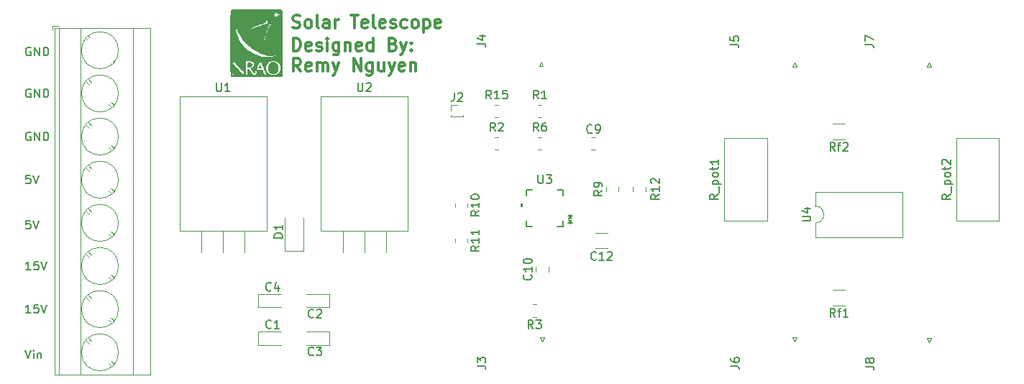
<source format=gbr>
%TF.GenerationSoftware,KiCad,Pcbnew,7.0.5*%
%TF.CreationDate,2023-07-10T11:24:46-06:00*%
%TF.ProjectId,S_Tele,535f5465-6c65-42e6-9b69-6361645f7063,rev?*%
%TF.SameCoordinates,Original*%
%TF.FileFunction,Legend,Top*%
%TF.FilePolarity,Positive*%
%FSLAX46Y46*%
G04 Gerber Fmt 4.6, Leading zero omitted, Abs format (unit mm)*
G04 Created by KiCad (PCBNEW 7.0.5) date 2023-07-10 11:24:46*
%MOMM*%
%LPD*%
G01*
G04 APERTURE LIST*
%ADD10C,0.150000*%
%ADD11C,0.300000*%
%ADD12C,0.120000*%
%ADD13C,0.152400*%
G04 APERTURE END LIST*
D10*
X74266588Y-78584188D02*
X74171350Y-78536569D01*
X74171350Y-78536569D02*
X74028493Y-78536569D01*
X74028493Y-78536569D02*
X73885636Y-78584188D01*
X73885636Y-78584188D02*
X73790398Y-78679426D01*
X73790398Y-78679426D02*
X73742779Y-78774664D01*
X73742779Y-78774664D02*
X73695160Y-78965140D01*
X73695160Y-78965140D02*
X73695160Y-79107997D01*
X73695160Y-79107997D02*
X73742779Y-79298473D01*
X73742779Y-79298473D02*
X73790398Y-79393711D01*
X73790398Y-79393711D02*
X73885636Y-79488950D01*
X73885636Y-79488950D02*
X74028493Y-79536569D01*
X74028493Y-79536569D02*
X74123731Y-79536569D01*
X74123731Y-79536569D02*
X74266588Y-79488950D01*
X74266588Y-79488950D02*
X74314207Y-79441330D01*
X74314207Y-79441330D02*
X74314207Y-79107997D01*
X74314207Y-79107997D02*
X74123731Y-79107997D01*
X74742779Y-79536569D02*
X74742779Y-78536569D01*
X74742779Y-78536569D02*
X75314207Y-79536569D01*
X75314207Y-79536569D02*
X75314207Y-78536569D01*
X75790398Y-79536569D02*
X75790398Y-78536569D01*
X75790398Y-78536569D02*
X76028493Y-78536569D01*
X76028493Y-78536569D02*
X76171350Y-78584188D01*
X76171350Y-78584188D02*
X76266588Y-78679426D01*
X76266588Y-78679426D02*
X76314207Y-78774664D01*
X76314207Y-78774664D02*
X76361826Y-78965140D01*
X76361826Y-78965140D02*
X76361826Y-79107997D01*
X76361826Y-79107997D02*
X76314207Y-79298473D01*
X76314207Y-79298473D02*
X76266588Y-79393711D01*
X76266588Y-79393711D02*
X76171350Y-79488950D01*
X76171350Y-79488950D02*
X76028493Y-79536569D01*
X76028493Y-79536569D02*
X75790398Y-79536569D01*
X74266588Y-104771819D02*
X73695160Y-104771819D01*
X73980874Y-104771819D02*
X73980874Y-103771819D01*
X73980874Y-103771819D02*
X73885636Y-103914676D01*
X73885636Y-103914676D02*
X73790398Y-104009914D01*
X73790398Y-104009914D02*
X73695160Y-104057533D01*
X75171350Y-103771819D02*
X74695160Y-103771819D01*
X74695160Y-103771819D02*
X74647541Y-104248009D01*
X74647541Y-104248009D02*
X74695160Y-104200390D01*
X74695160Y-104200390D02*
X74790398Y-104152771D01*
X74790398Y-104152771D02*
X75028493Y-104152771D01*
X75028493Y-104152771D02*
X75123731Y-104200390D01*
X75123731Y-104200390D02*
X75171350Y-104248009D01*
X75171350Y-104248009D02*
X75218969Y-104343247D01*
X75218969Y-104343247D02*
X75218969Y-104581342D01*
X75218969Y-104581342D02*
X75171350Y-104676580D01*
X75171350Y-104676580D02*
X75123731Y-104724200D01*
X75123731Y-104724200D02*
X75028493Y-104771819D01*
X75028493Y-104771819D02*
X74790398Y-104771819D01*
X74790398Y-104771819D02*
X74695160Y-104724200D01*
X74695160Y-104724200D02*
X74647541Y-104676580D01*
X75504684Y-103771819D02*
X75838017Y-104771819D01*
X75838017Y-104771819D02*
X76171350Y-103771819D01*
X74218969Y-98945819D02*
X73742779Y-98945819D01*
X73742779Y-98945819D02*
X73695160Y-99422009D01*
X73695160Y-99422009D02*
X73742779Y-99374390D01*
X73742779Y-99374390D02*
X73838017Y-99326771D01*
X73838017Y-99326771D02*
X74076112Y-99326771D01*
X74076112Y-99326771D02*
X74171350Y-99374390D01*
X74171350Y-99374390D02*
X74218969Y-99422009D01*
X74218969Y-99422009D02*
X74266588Y-99517247D01*
X74266588Y-99517247D02*
X74266588Y-99755342D01*
X74266588Y-99755342D02*
X74218969Y-99850580D01*
X74218969Y-99850580D02*
X74171350Y-99898200D01*
X74171350Y-99898200D02*
X74076112Y-99945819D01*
X74076112Y-99945819D02*
X73838017Y-99945819D01*
X73838017Y-99945819D02*
X73742779Y-99898200D01*
X73742779Y-99898200D02*
X73695160Y-99850580D01*
X74552303Y-98945819D02*
X74885636Y-99945819D01*
X74885636Y-99945819D02*
X75218969Y-98945819D01*
X74266588Y-88579438D02*
X74171350Y-88531819D01*
X74171350Y-88531819D02*
X74028493Y-88531819D01*
X74028493Y-88531819D02*
X73885636Y-88579438D01*
X73885636Y-88579438D02*
X73790398Y-88674676D01*
X73790398Y-88674676D02*
X73742779Y-88769914D01*
X73742779Y-88769914D02*
X73695160Y-88960390D01*
X73695160Y-88960390D02*
X73695160Y-89103247D01*
X73695160Y-89103247D02*
X73742779Y-89293723D01*
X73742779Y-89293723D02*
X73790398Y-89388961D01*
X73790398Y-89388961D02*
X73885636Y-89484200D01*
X73885636Y-89484200D02*
X74028493Y-89531819D01*
X74028493Y-89531819D02*
X74123731Y-89531819D01*
X74123731Y-89531819D02*
X74266588Y-89484200D01*
X74266588Y-89484200D02*
X74314207Y-89436580D01*
X74314207Y-89436580D02*
X74314207Y-89103247D01*
X74314207Y-89103247D02*
X74123731Y-89103247D01*
X74742779Y-89531819D02*
X74742779Y-88531819D01*
X74742779Y-88531819D02*
X75314207Y-89531819D01*
X75314207Y-89531819D02*
X75314207Y-88531819D01*
X75790398Y-89531819D02*
X75790398Y-88531819D01*
X75790398Y-88531819D02*
X76028493Y-88531819D01*
X76028493Y-88531819D02*
X76171350Y-88579438D01*
X76171350Y-88579438D02*
X76266588Y-88674676D01*
X76266588Y-88674676D02*
X76314207Y-88769914D01*
X76314207Y-88769914D02*
X76361826Y-88960390D01*
X76361826Y-88960390D02*
X76361826Y-89103247D01*
X76361826Y-89103247D02*
X76314207Y-89293723D01*
X76314207Y-89293723D02*
X76266588Y-89388961D01*
X76266588Y-89388961D02*
X76171350Y-89484200D01*
X76171350Y-89484200D02*
X76028493Y-89531819D01*
X76028493Y-89531819D02*
X75790398Y-89531819D01*
X74266588Y-109851819D02*
X73695160Y-109851819D01*
X73980874Y-109851819D02*
X73980874Y-108851819D01*
X73980874Y-108851819D02*
X73885636Y-108994676D01*
X73885636Y-108994676D02*
X73790398Y-109089914D01*
X73790398Y-109089914D02*
X73695160Y-109137533D01*
X75171350Y-108851819D02*
X74695160Y-108851819D01*
X74695160Y-108851819D02*
X74647541Y-109328009D01*
X74647541Y-109328009D02*
X74695160Y-109280390D01*
X74695160Y-109280390D02*
X74790398Y-109232771D01*
X74790398Y-109232771D02*
X75028493Y-109232771D01*
X75028493Y-109232771D02*
X75123731Y-109280390D01*
X75123731Y-109280390D02*
X75171350Y-109328009D01*
X75171350Y-109328009D02*
X75218969Y-109423247D01*
X75218969Y-109423247D02*
X75218969Y-109661342D01*
X75218969Y-109661342D02*
X75171350Y-109756580D01*
X75171350Y-109756580D02*
X75123731Y-109804200D01*
X75123731Y-109804200D02*
X75028493Y-109851819D01*
X75028493Y-109851819D02*
X74790398Y-109851819D01*
X74790398Y-109851819D02*
X74695160Y-109804200D01*
X74695160Y-109804200D02*
X74647541Y-109756580D01*
X75504684Y-108851819D02*
X75838017Y-109851819D01*
X75838017Y-109851819D02*
X76171350Y-108851819D01*
X74266588Y-83499438D02*
X74171350Y-83451819D01*
X74171350Y-83451819D02*
X74028493Y-83451819D01*
X74028493Y-83451819D02*
X73885636Y-83499438D01*
X73885636Y-83499438D02*
X73790398Y-83594676D01*
X73790398Y-83594676D02*
X73742779Y-83689914D01*
X73742779Y-83689914D02*
X73695160Y-83880390D01*
X73695160Y-83880390D02*
X73695160Y-84023247D01*
X73695160Y-84023247D02*
X73742779Y-84213723D01*
X73742779Y-84213723D02*
X73790398Y-84308961D01*
X73790398Y-84308961D02*
X73885636Y-84404200D01*
X73885636Y-84404200D02*
X74028493Y-84451819D01*
X74028493Y-84451819D02*
X74123731Y-84451819D01*
X74123731Y-84451819D02*
X74266588Y-84404200D01*
X74266588Y-84404200D02*
X74314207Y-84356580D01*
X74314207Y-84356580D02*
X74314207Y-84023247D01*
X74314207Y-84023247D02*
X74123731Y-84023247D01*
X74742779Y-84451819D02*
X74742779Y-83451819D01*
X74742779Y-83451819D02*
X75314207Y-84451819D01*
X75314207Y-84451819D02*
X75314207Y-83451819D01*
X75790398Y-84451819D02*
X75790398Y-83451819D01*
X75790398Y-83451819D02*
X76028493Y-83451819D01*
X76028493Y-83451819D02*
X76171350Y-83499438D01*
X76171350Y-83499438D02*
X76266588Y-83594676D01*
X76266588Y-83594676D02*
X76314207Y-83689914D01*
X76314207Y-83689914D02*
X76361826Y-83880390D01*
X76361826Y-83880390D02*
X76361826Y-84023247D01*
X76361826Y-84023247D02*
X76314207Y-84213723D01*
X76314207Y-84213723D02*
X76266588Y-84308961D01*
X76266588Y-84308961D02*
X76171350Y-84404200D01*
X76171350Y-84404200D02*
X76028493Y-84451819D01*
X76028493Y-84451819D02*
X75790398Y-84451819D01*
X73599922Y-114185819D02*
X73933255Y-115185819D01*
X73933255Y-115185819D02*
X74266588Y-114185819D01*
X74599922Y-115185819D02*
X74599922Y-114519152D01*
X74599922Y-114185819D02*
X74552303Y-114233438D01*
X74552303Y-114233438D02*
X74599922Y-114281057D01*
X74599922Y-114281057D02*
X74647541Y-114233438D01*
X74647541Y-114233438D02*
X74599922Y-114185819D01*
X74599922Y-114185819D02*
X74599922Y-114281057D01*
X75076112Y-114519152D02*
X75076112Y-115185819D01*
X75076112Y-114614390D02*
X75123731Y-114566771D01*
X75123731Y-114566771D02*
X75218969Y-114519152D01*
X75218969Y-114519152D02*
X75361826Y-114519152D01*
X75361826Y-114519152D02*
X75457064Y-114566771D01*
X75457064Y-114566771D02*
X75504683Y-114662009D01*
X75504683Y-114662009D02*
X75504683Y-115185819D01*
X74218969Y-93611819D02*
X73742779Y-93611819D01*
X73742779Y-93611819D02*
X73695160Y-94088009D01*
X73695160Y-94088009D02*
X73742779Y-94040390D01*
X73742779Y-94040390D02*
X73838017Y-93992771D01*
X73838017Y-93992771D02*
X74076112Y-93992771D01*
X74076112Y-93992771D02*
X74171350Y-94040390D01*
X74171350Y-94040390D02*
X74218969Y-94088009D01*
X74218969Y-94088009D02*
X74266588Y-94183247D01*
X74266588Y-94183247D02*
X74266588Y-94421342D01*
X74266588Y-94421342D02*
X74218969Y-94516580D01*
X74218969Y-94516580D02*
X74171350Y-94564200D01*
X74171350Y-94564200D02*
X74076112Y-94611819D01*
X74076112Y-94611819D02*
X73838017Y-94611819D01*
X73838017Y-94611819D02*
X73742779Y-94564200D01*
X73742779Y-94564200D02*
X73695160Y-94516580D01*
X74552303Y-93611819D02*
X74885636Y-94611819D01*
X74885636Y-94611819D02*
X75218969Y-93611819D01*
D11*
X105202510Y-78957578D02*
X105202510Y-77457578D01*
X105202510Y-77457578D02*
X105559653Y-77457578D01*
X105559653Y-77457578D02*
X105773939Y-77529007D01*
X105773939Y-77529007D02*
X105916796Y-77671864D01*
X105916796Y-77671864D02*
X105988225Y-77814721D01*
X105988225Y-77814721D02*
X106059653Y-78100435D01*
X106059653Y-78100435D02*
X106059653Y-78314721D01*
X106059653Y-78314721D02*
X105988225Y-78600435D01*
X105988225Y-78600435D02*
X105916796Y-78743292D01*
X105916796Y-78743292D02*
X105773939Y-78886150D01*
X105773939Y-78886150D02*
X105559653Y-78957578D01*
X105559653Y-78957578D02*
X105202510Y-78957578D01*
X107273939Y-78886150D02*
X107131082Y-78957578D01*
X107131082Y-78957578D02*
X106845368Y-78957578D01*
X106845368Y-78957578D02*
X106702510Y-78886150D01*
X106702510Y-78886150D02*
X106631082Y-78743292D01*
X106631082Y-78743292D02*
X106631082Y-78171864D01*
X106631082Y-78171864D02*
X106702510Y-78029007D01*
X106702510Y-78029007D02*
X106845368Y-77957578D01*
X106845368Y-77957578D02*
X107131082Y-77957578D01*
X107131082Y-77957578D02*
X107273939Y-78029007D01*
X107273939Y-78029007D02*
X107345368Y-78171864D01*
X107345368Y-78171864D02*
X107345368Y-78314721D01*
X107345368Y-78314721D02*
X106631082Y-78457578D01*
X107916796Y-78886150D02*
X108059653Y-78957578D01*
X108059653Y-78957578D02*
X108345367Y-78957578D01*
X108345367Y-78957578D02*
X108488224Y-78886150D01*
X108488224Y-78886150D02*
X108559653Y-78743292D01*
X108559653Y-78743292D02*
X108559653Y-78671864D01*
X108559653Y-78671864D02*
X108488224Y-78529007D01*
X108488224Y-78529007D02*
X108345367Y-78457578D01*
X108345367Y-78457578D02*
X108131082Y-78457578D01*
X108131082Y-78457578D02*
X107988224Y-78386150D01*
X107988224Y-78386150D02*
X107916796Y-78243292D01*
X107916796Y-78243292D02*
X107916796Y-78171864D01*
X107916796Y-78171864D02*
X107988224Y-78029007D01*
X107988224Y-78029007D02*
X108131082Y-77957578D01*
X108131082Y-77957578D02*
X108345367Y-77957578D01*
X108345367Y-77957578D02*
X108488224Y-78029007D01*
X109202510Y-78957578D02*
X109202510Y-77957578D01*
X109202510Y-77457578D02*
X109131082Y-77529007D01*
X109131082Y-77529007D02*
X109202510Y-77600435D01*
X109202510Y-77600435D02*
X109273939Y-77529007D01*
X109273939Y-77529007D02*
X109202510Y-77457578D01*
X109202510Y-77457578D02*
X109202510Y-77600435D01*
X110559654Y-77957578D02*
X110559654Y-79171864D01*
X110559654Y-79171864D02*
X110488225Y-79314721D01*
X110488225Y-79314721D02*
X110416796Y-79386150D01*
X110416796Y-79386150D02*
X110273939Y-79457578D01*
X110273939Y-79457578D02*
X110059654Y-79457578D01*
X110059654Y-79457578D02*
X109916796Y-79386150D01*
X110559654Y-78886150D02*
X110416796Y-78957578D01*
X110416796Y-78957578D02*
X110131082Y-78957578D01*
X110131082Y-78957578D02*
X109988225Y-78886150D01*
X109988225Y-78886150D02*
X109916796Y-78814721D01*
X109916796Y-78814721D02*
X109845368Y-78671864D01*
X109845368Y-78671864D02*
X109845368Y-78243292D01*
X109845368Y-78243292D02*
X109916796Y-78100435D01*
X109916796Y-78100435D02*
X109988225Y-78029007D01*
X109988225Y-78029007D02*
X110131082Y-77957578D01*
X110131082Y-77957578D02*
X110416796Y-77957578D01*
X110416796Y-77957578D02*
X110559654Y-78029007D01*
X111273939Y-77957578D02*
X111273939Y-78957578D01*
X111273939Y-78100435D02*
X111345368Y-78029007D01*
X111345368Y-78029007D02*
X111488225Y-77957578D01*
X111488225Y-77957578D02*
X111702511Y-77957578D01*
X111702511Y-77957578D02*
X111845368Y-78029007D01*
X111845368Y-78029007D02*
X111916797Y-78171864D01*
X111916797Y-78171864D02*
X111916797Y-78957578D01*
X113202511Y-78886150D02*
X113059654Y-78957578D01*
X113059654Y-78957578D02*
X112773940Y-78957578D01*
X112773940Y-78957578D02*
X112631082Y-78886150D01*
X112631082Y-78886150D02*
X112559654Y-78743292D01*
X112559654Y-78743292D02*
X112559654Y-78171864D01*
X112559654Y-78171864D02*
X112631082Y-78029007D01*
X112631082Y-78029007D02*
X112773940Y-77957578D01*
X112773940Y-77957578D02*
X113059654Y-77957578D01*
X113059654Y-77957578D02*
X113202511Y-78029007D01*
X113202511Y-78029007D02*
X113273940Y-78171864D01*
X113273940Y-78171864D02*
X113273940Y-78314721D01*
X113273940Y-78314721D02*
X112559654Y-78457578D01*
X114559654Y-78957578D02*
X114559654Y-77457578D01*
X114559654Y-78886150D02*
X114416796Y-78957578D01*
X114416796Y-78957578D02*
X114131082Y-78957578D01*
X114131082Y-78957578D02*
X113988225Y-78886150D01*
X113988225Y-78886150D02*
X113916796Y-78814721D01*
X113916796Y-78814721D02*
X113845368Y-78671864D01*
X113845368Y-78671864D02*
X113845368Y-78243292D01*
X113845368Y-78243292D02*
X113916796Y-78100435D01*
X113916796Y-78100435D02*
X113988225Y-78029007D01*
X113988225Y-78029007D02*
X114131082Y-77957578D01*
X114131082Y-77957578D02*
X114416796Y-77957578D01*
X114416796Y-77957578D02*
X114559654Y-78029007D01*
X116916796Y-78171864D02*
X117131082Y-78243292D01*
X117131082Y-78243292D02*
X117202511Y-78314721D01*
X117202511Y-78314721D02*
X117273939Y-78457578D01*
X117273939Y-78457578D02*
X117273939Y-78671864D01*
X117273939Y-78671864D02*
X117202511Y-78814721D01*
X117202511Y-78814721D02*
X117131082Y-78886150D01*
X117131082Y-78886150D02*
X116988225Y-78957578D01*
X116988225Y-78957578D02*
X116416796Y-78957578D01*
X116416796Y-78957578D02*
X116416796Y-77457578D01*
X116416796Y-77457578D02*
X116916796Y-77457578D01*
X116916796Y-77457578D02*
X117059654Y-77529007D01*
X117059654Y-77529007D02*
X117131082Y-77600435D01*
X117131082Y-77600435D02*
X117202511Y-77743292D01*
X117202511Y-77743292D02*
X117202511Y-77886150D01*
X117202511Y-77886150D02*
X117131082Y-78029007D01*
X117131082Y-78029007D02*
X117059654Y-78100435D01*
X117059654Y-78100435D02*
X116916796Y-78171864D01*
X116916796Y-78171864D02*
X116416796Y-78171864D01*
X117773939Y-77957578D02*
X118131082Y-78957578D01*
X118488225Y-77957578D02*
X118131082Y-78957578D01*
X118131082Y-78957578D02*
X117988225Y-79314721D01*
X117988225Y-79314721D02*
X117916796Y-79386150D01*
X117916796Y-79386150D02*
X117773939Y-79457578D01*
X119059653Y-78814721D02*
X119131082Y-78886150D01*
X119131082Y-78886150D02*
X119059653Y-78957578D01*
X119059653Y-78957578D02*
X118988225Y-78886150D01*
X118988225Y-78886150D02*
X119059653Y-78814721D01*
X119059653Y-78814721D02*
X119059653Y-78957578D01*
X119059653Y-78029007D02*
X119131082Y-78100435D01*
X119131082Y-78100435D02*
X119059653Y-78171864D01*
X119059653Y-78171864D02*
X118988225Y-78100435D01*
X118988225Y-78100435D02*
X119059653Y-78029007D01*
X119059653Y-78029007D02*
X119059653Y-78171864D01*
X106059653Y-81372578D02*
X105559653Y-80658292D01*
X105202510Y-81372578D02*
X105202510Y-79872578D01*
X105202510Y-79872578D02*
X105773939Y-79872578D01*
X105773939Y-79872578D02*
X105916796Y-79944007D01*
X105916796Y-79944007D02*
X105988225Y-80015435D01*
X105988225Y-80015435D02*
X106059653Y-80158292D01*
X106059653Y-80158292D02*
X106059653Y-80372578D01*
X106059653Y-80372578D02*
X105988225Y-80515435D01*
X105988225Y-80515435D02*
X105916796Y-80586864D01*
X105916796Y-80586864D02*
X105773939Y-80658292D01*
X105773939Y-80658292D02*
X105202510Y-80658292D01*
X107273939Y-81301150D02*
X107131082Y-81372578D01*
X107131082Y-81372578D02*
X106845368Y-81372578D01*
X106845368Y-81372578D02*
X106702510Y-81301150D01*
X106702510Y-81301150D02*
X106631082Y-81158292D01*
X106631082Y-81158292D02*
X106631082Y-80586864D01*
X106631082Y-80586864D02*
X106702510Y-80444007D01*
X106702510Y-80444007D02*
X106845368Y-80372578D01*
X106845368Y-80372578D02*
X107131082Y-80372578D01*
X107131082Y-80372578D02*
X107273939Y-80444007D01*
X107273939Y-80444007D02*
X107345368Y-80586864D01*
X107345368Y-80586864D02*
X107345368Y-80729721D01*
X107345368Y-80729721D02*
X106631082Y-80872578D01*
X107988224Y-81372578D02*
X107988224Y-80372578D01*
X107988224Y-80515435D02*
X108059653Y-80444007D01*
X108059653Y-80444007D02*
X108202510Y-80372578D01*
X108202510Y-80372578D02*
X108416796Y-80372578D01*
X108416796Y-80372578D02*
X108559653Y-80444007D01*
X108559653Y-80444007D02*
X108631082Y-80586864D01*
X108631082Y-80586864D02*
X108631082Y-81372578D01*
X108631082Y-80586864D02*
X108702510Y-80444007D01*
X108702510Y-80444007D02*
X108845367Y-80372578D01*
X108845367Y-80372578D02*
X109059653Y-80372578D01*
X109059653Y-80372578D02*
X109202510Y-80444007D01*
X109202510Y-80444007D02*
X109273939Y-80586864D01*
X109273939Y-80586864D02*
X109273939Y-81372578D01*
X109845367Y-80372578D02*
X110202510Y-81372578D01*
X110559653Y-80372578D02*
X110202510Y-81372578D01*
X110202510Y-81372578D02*
X110059653Y-81729721D01*
X110059653Y-81729721D02*
X109988224Y-81801150D01*
X109988224Y-81801150D02*
X109845367Y-81872578D01*
X112273938Y-81372578D02*
X112273938Y-79872578D01*
X112273938Y-79872578D02*
X113131081Y-81372578D01*
X113131081Y-81372578D02*
X113131081Y-79872578D01*
X114488225Y-80372578D02*
X114488225Y-81586864D01*
X114488225Y-81586864D02*
X114416796Y-81729721D01*
X114416796Y-81729721D02*
X114345367Y-81801150D01*
X114345367Y-81801150D02*
X114202510Y-81872578D01*
X114202510Y-81872578D02*
X113988225Y-81872578D01*
X113988225Y-81872578D02*
X113845367Y-81801150D01*
X114488225Y-81301150D02*
X114345367Y-81372578D01*
X114345367Y-81372578D02*
X114059653Y-81372578D01*
X114059653Y-81372578D02*
X113916796Y-81301150D01*
X113916796Y-81301150D02*
X113845367Y-81229721D01*
X113845367Y-81229721D02*
X113773939Y-81086864D01*
X113773939Y-81086864D02*
X113773939Y-80658292D01*
X113773939Y-80658292D02*
X113845367Y-80515435D01*
X113845367Y-80515435D02*
X113916796Y-80444007D01*
X113916796Y-80444007D02*
X114059653Y-80372578D01*
X114059653Y-80372578D02*
X114345367Y-80372578D01*
X114345367Y-80372578D02*
X114488225Y-80444007D01*
X115845368Y-80372578D02*
X115845368Y-81372578D01*
X115202510Y-80372578D02*
X115202510Y-81158292D01*
X115202510Y-81158292D02*
X115273939Y-81301150D01*
X115273939Y-81301150D02*
X115416796Y-81372578D01*
X115416796Y-81372578D02*
X115631082Y-81372578D01*
X115631082Y-81372578D02*
X115773939Y-81301150D01*
X115773939Y-81301150D02*
X115845368Y-81229721D01*
X116416796Y-80372578D02*
X116773939Y-81372578D01*
X117131082Y-80372578D02*
X116773939Y-81372578D01*
X116773939Y-81372578D02*
X116631082Y-81729721D01*
X116631082Y-81729721D02*
X116559653Y-81801150D01*
X116559653Y-81801150D02*
X116416796Y-81872578D01*
X118273939Y-81301150D02*
X118131082Y-81372578D01*
X118131082Y-81372578D02*
X117845368Y-81372578D01*
X117845368Y-81372578D02*
X117702510Y-81301150D01*
X117702510Y-81301150D02*
X117631082Y-81158292D01*
X117631082Y-81158292D02*
X117631082Y-80586864D01*
X117631082Y-80586864D02*
X117702510Y-80444007D01*
X117702510Y-80444007D02*
X117845368Y-80372578D01*
X117845368Y-80372578D02*
X118131082Y-80372578D01*
X118131082Y-80372578D02*
X118273939Y-80444007D01*
X118273939Y-80444007D02*
X118345368Y-80586864D01*
X118345368Y-80586864D02*
X118345368Y-80729721D01*
X118345368Y-80729721D02*
X117631082Y-80872578D01*
X118988224Y-80372578D02*
X118988224Y-81372578D01*
X118988224Y-80515435D02*
X119059653Y-80444007D01*
X119059653Y-80444007D02*
X119202510Y-80372578D01*
X119202510Y-80372578D02*
X119416796Y-80372578D01*
X119416796Y-80372578D02*
X119559653Y-80444007D01*
X119559653Y-80444007D02*
X119631082Y-80586864D01*
X119631082Y-80586864D02*
X119631082Y-81372578D01*
X105131082Y-76221150D02*
X105345368Y-76292578D01*
X105345368Y-76292578D02*
X105702510Y-76292578D01*
X105702510Y-76292578D02*
X105845368Y-76221150D01*
X105845368Y-76221150D02*
X105916796Y-76149721D01*
X105916796Y-76149721D02*
X105988225Y-76006864D01*
X105988225Y-76006864D02*
X105988225Y-75864007D01*
X105988225Y-75864007D02*
X105916796Y-75721150D01*
X105916796Y-75721150D02*
X105845368Y-75649721D01*
X105845368Y-75649721D02*
X105702510Y-75578292D01*
X105702510Y-75578292D02*
X105416796Y-75506864D01*
X105416796Y-75506864D02*
X105273939Y-75435435D01*
X105273939Y-75435435D02*
X105202510Y-75364007D01*
X105202510Y-75364007D02*
X105131082Y-75221150D01*
X105131082Y-75221150D02*
X105131082Y-75078292D01*
X105131082Y-75078292D02*
X105202510Y-74935435D01*
X105202510Y-74935435D02*
X105273939Y-74864007D01*
X105273939Y-74864007D02*
X105416796Y-74792578D01*
X105416796Y-74792578D02*
X105773939Y-74792578D01*
X105773939Y-74792578D02*
X105988225Y-74864007D01*
X106845367Y-76292578D02*
X106702510Y-76221150D01*
X106702510Y-76221150D02*
X106631081Y-76149721D01*
X106631081Y-76149721D02*
X106559653Y-76006864D01*
X106559653Y-76006864D02*
X106559653Y-75578292D01*
X106559653Y-75578292D02*
X106631081Y-75435435D01*
X106631081Y-75435435D02*
X106702510Y-75364007D01*
X106702510Y-75364007D02*
X106845367Y-75292578D01*
X106845367Y-75292578D02*
X107059653Y-75292578D01*
X107059653Y-75292578D02*
X107202510Y-75364007D01*
X107202510Y-75364007D02*
X107273939Y-75435435D01*
X107273939Y-75435435D02*
X107345367Y-75578292D01*
X107345367Y-75578292D02*
X107345367Y-76006864D01*
X107345367Y-76006864D02*
X107273939Y-76149721D01*
X107273939Y-76149721D02*
X107202510Y-76221150D01*
X107202510Y-76221150D02*
X107059653Y-76292578D01*
X107059653Y-76292578D02*
X106845367Y-76292578D01*
X108202510Y-76292578D02*
X108059653Y-76221150D01*
X108059653Y-76221150D02*
X107988224Y-76078292D01*
X107988224Y-76078292D02*
X107988224Y-74792578D01*
X109416796Y-76292578D02*
X109416796Y-75506864D01*
X109416796Y-75506864D02*
X109345367Y-75364007D01*
X109345367Y-75364007D02*
X109202510Y-75292578D01*
X109202510Y-75292578D02*
X108916796Y-75292578D01*
X108916796Y-75292578D02*
X108773938Y-75364007D01*
X109416796Y-76221150D02*
X109273938Y-76292578D01*
X109273938Y-76292578D02*
X108916796Y-76292578D01*
X108916796Y-76292578D02*
X108773938Y-76221150D01*
X108773938Y-76221150D02*
X108702510Y-76078292D01*
X108702510Y-76078292D02*
X108702510Y-75935435D01*
X108702510Y-75935435D02*
X108773938Y-75792578D01*
X108773938Y-75792578D02*
X108916796Y-75721150D01*
X108916796Y-75721150D02*
X109273938Y-75721150D01*
X109273938Y-75721150D02*
X109416796Y-75649721D01*
X110131081Y-76292578D02*
X110131081Y-75292578D01*
X110131081Y-75578292D02*
X110202510Y-75435435D01*
X110202510Y-75435435D02*
X110273939Y-75364007D01*
X110273939Y-75364007D02*
X110416796Y-75292578D01*
X110416796Y-75292578D02*
X110559653Y-75292578D01*
X111988224Y-74792578D02*
X112845367Y-74792578D01*
X112416795Y-76292578D02*
X112416795Y-74792578D01*
X113916795Y-76221150D02*
X113773938Y-76292578D01*
X113773938Y-76292578D02*
X113488224Y-76292578D01*
X113488224Y-76292578D02*
X113345366Y-76221150D01*
X113345366Y-76221150D02*
X113273938Y-76078292D01*
X113273938Y-76078292D02*
X113273938Y-75506864D01*
X113273938Y-75506864D02*
X113345366Y-75364007D01*
X113345366Y-75364007D02*
X113488224Y-75292578D01*
X113488224Y-75292578D02*
X113773938Y-75292578D01*
X113773938Y-75292578D02*
X113916795Y-75364007D01*
X113916795Y-75364007D02*
X113988224Y-75506864D01*
X113988224Y-75506864D02*
X113988224Y-75649721D01*
X113988224Y-75649721D02*
X113273938Y-75792578D01*
X114845366Y-76292578D02*
X114702509Y-76221150D01*
X114702509Y-76221150D02*
X114631080Y-76078292D01*
X114631080Y-76078292D02*
X114631080Y-74792578D01*
X115988223Y-76221150D02*
X115845366Y-76292578D01*
X115845366Y-76292578D02*
X115559652Y-76292578D01*
X115559652Y-76292578D02*
X115416794Y-76221150D01*
X115416794Y-76221150D02*
X115345366Y-76078292D01*
X115345366Y-76078292D02*
X115345366Y-75506864D01*
X115345366Y-75506864D02*
X115416794Y-75364007D01*
X115416794Y-75364007D02*
X115559652Y-75292578D01*
X115559652Y-75292578D02*
X115845366Y-75292578D01*
X115845366Y-75292578D02*
X115988223Y-75364007D01*
X115988223Y-75364007D02*
X116059652Y-75506864D01*
X116059652Y-75506864D02*
X116059652Y-75649721D01*
X116059652Y-75649721D02*
X115345366Y-75792578D01*
X116631080Y-76221150D02*
X116773937Y-76292578D01*
X116773937Y-76292578D02*
X117059651Y-76292578D01*
X117059651Y-76292578D02*
X117202508Y-76221150D01*
X117202508Y-76221150D02*
X117273937Y-76078292D01*
X117273937Y-76078292D02*
X117273937Y-76006864D01*
X117273937Y-76006864D02*
X117202508Y-75864007D01*
X117202508Y-75864007D02*
X117059651Y-75792578D01*
X117059651Y-75792578D02*
X116845366Y-75792578D01*
X116845366Y-75792578D02*
X116702508Y-75721150D01*
X116702508Y-75721150D02*
X116631080Y-75578292D01*
X116631080Y-75578292D02*
X116631080Y-75506864D01*
X116631080Y-75506864D02*
X116702508Y-75364007D01*
X116702508Y-75364007D02*
X116845366Y-75292578D01*
X116845366Y-75292578D02*
X117059651Y-75292578D01*
X117059651Y-75292578D02*
X117202508Y-75364007D01*
X118559652Y-76221150D02*
X118416794Y-76292578D01*
X118416794Y-76292578D02*
X118131080Y-76292578D01*
X118131080Y-76292578D02*
X117988223Y-76221150D01*
X117988223Y-76221150D02*
X117916794Y-76149721D01*
X117916794Y-76149721D02*
X117845366Y-76006864D01*
X117845366Y-76006864D02*
X117845366Y-75578292D01*
X117845366Y-75578292D02*
X117916794Y-75435435D01*
X117916794Y-75435435D02*
X117988223Y-75364007D01*
X117988223Y-75364007D02*
X118131080Y-75292578D01*
X118131080Y-75292578D02*
X118416794Y-75292578D01*
X118416794Y-75292578D02*
X118559652Y-75364007D01*
X119416794Y-76292578D02*
X119273937Y-76221150D01*
X119273937Y-76221150D02*
X119202508Y-76149721D01*
X119202508Y-76149721D02*
X119131080Y-76006864D01*
X119131080Y-76006864D02*
X119131080Y-75578292D01*
X119131080Y-75578292D02*
X119202508Y-75435435D01*
X119202508Y-75435435D02*
X119273937Y-75364007D01*
X119273937Y-75364007D02*
X119416794Y-75292578D01*
X119416794Y-75292578D02*
X119631080Y-75292578D01*
X119631080Y-75292578D02*
X119773937Y-75364007D01*
X119773937Y-75364007D02*
X119845366Y-75435435D01*
X119845366Y-75435435D02*
X119916794Y-75578292D01*
X119916794Y-75578292D02*
X119916794Y-76006864D01*
X119916794Y-76006864D02*
X119845366Y-76149721D01*
X119845366Y-76149721D02*
X119773937Y-76221150D01*
X119773937Y-76221150D02*
X119631080Y-76292578D01*
X119631080Y-76292578D02*
X119416794Y-76292578D01*
X120559651Y-75292578D02*
X120559651Y-76792578D01*
X120559651Y-75364007D02*
X120702509Y-75292578D01*
X120702509Y-75292578D02*
X120988223Y-75292578D01*
X120988223Y-75292578D02*
X121131080Y-75364007D01*
X121131080Y-75364007D02*
X121202509Y-75435435D01*
X121202509Y-75435435D02*
X121273937Y-75578292D01*
X121273937Y-75578292D02*
X121273937Y-76006864D01*
X121273937Y-76006864D02*
X121202509Y-76149721D01*
X121202509Y-76149721D02*
X121131080Y-76221150D01*
X121131080Y-76221150D02*
X120988223Y-76292578D01*
X120988223Y-76292578D02*
X120702509Y-76292578D01*
X120702509Y-76292578D02*
X120559651Y-76221150D01*
X122488223Y-76221150D02*
X122345366Y-76292578D01*
X122345366Y-76292578D02*
X122059652Y-76292578D01*
X122059652Y-76292578D02*
X121916794Y-76221150D01*
X121916794Y-76221150D02*
X121845366Y-76078292D01*
X121845366Y-76078292D02*
X121845366Y-75506864D01*
X121845366Y-75506864D02*
X121916794Y-75364007D01*
X121916794Y-75364007D02*
X122059652Y-75292578D01*
X122059652Y-75292578D02*
X122345366Y-75292578D01*
X122345366Y-75292578D02*
X122488223Y-75364007D01*
X122488223Y-75364007D02*
X122559652Y-75506864D01*
X122559652Y-75506864D02*
X122559652Y-75649721D01*
X122559652Y-75649721D02*
X121845366Y-75792578D01*
D10*
%TO.C,R2*%
X128968833Y-88434069D02*
X128635500Y-87957878D01*
X128397405Y-88434069D02*
X128397405Y-87434069D01*
X128397405Y-87434069D02*
X128778357Y-87434069D01*
X128778357Y-87434069D02*
X128873595Y-87481688D01*
X128873595Y-87481688D02*
X128921214Y-87529307D01*
X128921214Y-87529307D02*
X128968833Y-87624545D01*
X128968833Y-87624545D02*
X128968833Y-87767402D01*
X128968833Y-87767402D02*
X128921214Y-87862640D01*
X128921214Y-87862640D02*
X128873595Y-87910259D01*
X128873595Y-87910259D02*
X128778357Y-87957878D01*
X128778357Y-87957878D02*
X128397405Y-87957878D01*
X129349786Y-87529307D02*
X129397405Y-87481688D01*
X129397405Y-87481688D02*
X129492643Y-87434069D01*
X129492643Y-87434069D02*
X129730738Y-87434069D01*
X129730738Y-87434069D02*
X129825976Y-87481688D01*
X129825976Y-87481688D02*
X129873595Y-87529307D01*
X129873595Y-87529307D02*
X129921214Y-87624545D01*
X129921214Y-87624545D02*
X129921214Y-87719783D01*
X129921214Y-87719783D02*
X129873595Y-87862640D01*
X129873595Y-87862640D02*
X129302167Y-88434069D01*
X129302167Y-88434069D02*
X129921214Y-88434069D01*
%TO.C,C4*%
X102576333Y-107142330D02*
X102528714Y-107189950D01*
X102528714Y-107189950D02*
X102385857Y-107237569D01*
X102385857Y-107237569D02*
X102290619Y-107237569D01*
X102290619Y-107237569D02*
X102147762Y-107189950D01*
X102147762Y-107189950D02*
X102052524Y-107094711D01*
X102052524Y-107094711D02*
X102004905Y-106999473D01*
X102004905Y-106999473D02*
X101957286Y-106808997D01*
X101957286Y-106808997D02*
X101957286Y-106666140D01*
X101957286Y-106666140D02*
X102004905Y-106475664D01*
X102004905Y-106475664D02*
X102052524Y-106380426D01*
X102052524Y-106380426D02*
X102147762Y-106285188D01*
X102147762Y-106285188D02*
X102290619Y-106237569D01*
X102290619Y-106237569D02*
X102385857Y-106237569D01*
X102385857Y-106237569D02*
X102528714Y-106285188D01*
X102528714Y-106285188D02*
X102576333Y-106332807D01*
X103433476Y-106570902D02*
X103433476Y-107237569D01*
X103195381Y-106189950D02*
X102957286Y-106904235D01*
X102957286Y-106904235D02*
X103576333Y-106904235D01*
%TO.C,R1*%
X134048833Y-84624069D02*
X133715500Y-84147878D01*
X133477405Y-84624069D02*
X133477405Y-83624069D01*
X133477405Y-83624069D02*
X133858357Y-83624069D01*
X133858357Y-83624069D02*
X133953595Y-83671688D01*
X133953595Y-83671688D02*
X134001214Y-83719307D01*
X134001214Y-83719307D02*
X134048833Y-83814545D01*
X134048833Y-83814545D02*
X134048833Y-83957402D01*
X134048833Y-83957402D02*
X134001214Y-84052640D01*
X134001214Y-84052640D02*
X133953595Y-84100259D01*
X133953595Y-84100259D02*
X133858357Y-84147878D01*
X133858357Y-84147878D02*
X133477405Y-84147878D01*
X135001214Y-84624069D02*
X134429786Y-84624069D01*
X134715500Y-84624069D02*
X134715500Y-83624069D01*
X134715500Y-83624069D02*
X134620262Y-83766926D01*
X134620262Y-83766926D02*
X134525024Y-83862164D01*
X134525024Y-83862164D02*
X134429786Y-83909783D01*
%TO.C,D1*%
X103917819Y-100975844D02*
X102917819Y-100975844D01*
X102917819Y-100975844D02*
X102917819Y-100737749D01*
X102917819Y-100737749D02*
X102965438Y-100594892D01*
X102965438Y-100594892D02*
X103060676Y-100499654D01*
X103060676Y-100499654D02*
X103155914Y-100452035D01*
X103155914Y-100452035D02*
X103346390Y-100404416D01*
X103346390Y-100404416D02*
X103489247Y-100404416D01*
X103489247Y-100404416D02*
X103679723Y-100452035D01*
X103679723Y-100452035D02*
X103774961Y-100499654D01*
X103774961Y-100499654D02*
X103870200Y-100594892D01*
X103870200Y-100594892D02*
X103917819Y-100737749D01*
X103917819Y-100737749D02*
X103917819Y-100975844D01*
X103917819Y-99452035D02*
X103917819Y-100023463D01*
X103917819Y-99737749D02*
X102917819Y-99737749D01*
X102917819Y-99737749D02*
X103060676Y-99832987D01*
X103060676Y-99832987D02*
X103155914Y-99928225D01*
X103155914Y-99928225D02*
X103203533Y-100023463D01*
%TO.C,C1*%
X102576333Y-111587330D02*
X102528714Y-111634950D01*
X102528714Y-111634950D02*
X102385857Y-111682569D01*
X102385857Y-111682569D02*
X102290619Y-111682569D01*
X102290619Y-111682569D02*
X102147762Y-111634950D01*
X102147762Y-111634950D02*
X102052524Y-111539711D01*
X102052524Y-111539711D02*
X102004905Y-111444473D01*
X102004905Y-111444473D02*
X101957286Y-111253997D01*
X101957286Y-111253997D02*
X101957286Y-111111140D01*
X101957286Y-111111140D02*
X102004905Y-110920664D01*
X102004905Y-110920664D02*
X102052524Y-110825426D01*
X102052524Y-110825426D02*
X102147762Y-110730188D01*
X102147762Y-110730188D02*
X102290619Y-110682569D01*
X102290619Y-110682569D02*
X102385857Y-110682569D01*
X102385857Y-110682569D02*
X102528714Y-110730188D01*
X102528714Y-110730188D02*
X102576333Y-110777807D01*
X103528714Y-111682569D02*
X102957286Y-111682569D01*
X103243000Y-111682569D02*
X103243000Y-110682569D01*
X103243000Y-110682569D02*
X103147762Y-110825426D01*
X103147762Y-110825426D02*
X103052524Y-110920664D01*
X103052524Y-110920664D02*
X102957286Y-110968283D01*
%TO.C,R3*%
X133413833Y-111674069D02*
X133080500Y-111197878D01*
X132842405Y-111674069D02*
X132842405Y-110674069D01*
X132842405Y-110674069D02*
X133223357Y-110674069D01*
X133223357Y-110674069D02*
X133318595Y-110721688D01*
X133318595Y-110721688D02*
X133366214Y-110769307D01*
X133366214Y-110769307D02*
X133413833Y-110864545D01*
X133413833Y-110864545D02*
X133413833Y-111007402D01*
X133413833Y-111007402D02*
X133366214Y-111102640D01*
X133366214Y-111102640D02*
X133318595Y-111150259D01*
X133318595Y-111150259D02*
X133223357Y-111197878D01*
X133223357Y-111197878D02*
X132842405Y-111197878D01*
X133747167Y-110674069D02*
X134366214Y-110674069D01*
X134366214Y-110674069D02*
X134032881Y-111055021D01*
X134032881Y-111055021D02*
X134175738Y-111055021D01*
X134175738Y-111055021D02*
X134270976Y-111102640D01*
X134270976Y-111102640D02*
X134318595Y-111150259D01*
X134318595Y-111150259D02*
X134366214Y-111245497D01*
X134366214Y-111245497D02*
X134366214Y-111483592D01*
X134366214Y-111483592D02*
X134318595Y-111578830D01*
X134318595Y-111578830D02*
X134270976Y-111626450D01*
X134270976Y-111626450D02*
X134175738Y-111674069D01*
X134175738Y-111674069D02*
X133890024Y-111674069D01*
X133890024Y-111674069D02*
X133794786Y-111626450D01*
X133794786Y-111626450D02*
X133747167Y-111578830D01*
%TO.C,J5*%
X156628019Y-78222083D02*
X157342304Y-78222083D01*
X157342304Y-78222083D02*
X157485161Y-78269702D01*
X157485161Y-78269702D02*
X157580400Y-78364940D01*
X157580400Y-78364940D02*
X157628019Y-78507797D01*
X157628019Y-78507797D02*
X157628019Y-78603035D01*
X156628019Y-77269702D02*
X156628019Y-77745892D01*
X156628019Y-77745892D02*
X157104209Y-77793511D01*
X157104209Y-77793511D02*
X157056590Y-77745892D01*
X157056590Y-77745892D02*
X157008971Y-77650654D01*
X157008971Y-77650654D02*
X157008971Y-77412559D01*
X157008971Y-77412559D02*
X157056590Y-77317321D01*
X157056590Y-77317321D02*
X157104209Y-77269702D01*
X157104209Y-77269702D02*
X157199447Y-77222083D01*
X157199447Y-77222083D02*
X157437542Y-77222083D01*
X157437542Y-77222083D02*
X157532780Y-77269702D01*
X157532780Y-77269702D02*
X157580400Y-77317321D01*
X157580400Y-77317321D02*
X157628019Y-77412559D01*
X157628019Y-77412559D02*
X157628019Y-77650654D01*
X157628019Y-77650654D02*
X157580400Y-77745892D01*
X157580400Y-77745892D02*
X157532780Y-77793511D01*
%TO.C,Rf2*%
X168979318Y-90749169D02*
X168645985Y-90272978D01*
X168407890Y-90749169D02*
X168407890Y-89749169D01*
X168407890Y-89749169D02*
X168788842Y-89749169D01*
X168788842Y-89749169D02*
X168884080Y-89796788D01*
X168884080Y-89796788D02*
X168931699Y-89844407D01*
X168931699Y-89844407D02*
X168979318Y-89939645D01*
X168979318Y-89939645D02*
X168979318Y-90082502D01*
X168979318Y-90082502D02*
X168931699Y-90177740D01*
X168931699Y-90177740D02*
X168884080Y-90225359D01*
X168884080Y-90225359D02*
X168788842Y-90272978D01*
X168788842Y-90272978D02*
X168407890Y-90272978D01*
X169265033Y-90082502D02*
X169645985Y-90082502D01*
X169407890Y-90749169D02*
X169407890Y-89892026D01*
X169407890Y-89892026D02*
X169455509Y-89796788D01*
X169455509Y-89796788D02*
X169550747Y-89749169D01*
X169550747Y-89749169D02*
X169645985Y-89749169D01*
X169931700Y-89844407D02*
X169979319Y-89796788D01*
X169979319Y-89796788D02*
X170074557Y-89749169D01*
X170074557Y-89749169D02*
X170312652Y-89749169D01*
X170312652Y-89749169D02*
X170407890Y-89796788D01*
X170407890Y-89796788D02*
X170455509Y-89844407D01*
X170455509Y-89844407D02*
X170503128Y-89939645D01*
X170503128Y-89939645D02*
X170503128Y-90034883D01*
X170503128Y-90034883D02*
X170455509Y-90177740D01*
X170455509Y-90177740D02*
X169884081Y-90749169D01*
X169884081Y-90749169D02*
X170503128Y-90749169D01*
%TO.C,R10*%
X127072819Y-97789607D02*
X126596628Y-98122940D01*
X127072819Y-98361035D02*
X126072819Y-98361035D01*
X126072819Y-98361035D02*
X126072819Y-97980083D01*
X126072819Y-97980083D02*
X126120438Y-97884845D01*
X126120438Y-97884845D02*
X126168057Y-97837226D01*
X126168057Y-97837226D02*
X126263295Y-97789607D01*
X126263295Y-97789607D02*
X126406152Y-97789607D01*
X126406152Y-97789607D02*
X126501390Y-97837226D01*
X126501390Y-97837226D02*
X126549009Y-97884845D01*
X126549009Y-97884845D02*
X126596628Y-97980083D01*
X126596628Y-97980083D02*
X126596628Y-98361035D01*
X127072819Y-96837226D02*
X127072819Y-97408654D01*
X127072819Y-97122940D02*
X126072819Y-97122940D01*
X126072819Y-97122940D02*
X126215676Y-97218178D01*
X126215676Y-97218178D02*
X126310914Y-97313416D01*
X126310914Y-97313416D02*
X126358533Y-97408654D01*
X126072819Y-96218178D02*
X126072819Y-96122940D01*
X126072819Y-96122940D02*
X126120438Y-96027702D01*
X126120438Y-96027702D02*
X126168057Y-95980083D01*
X126168057Y-95980083D02*
X126263295Y-95932464D01*
X126263295Y-95932464D02*
X126453771Y-95884845D01*
X126453771Y-95884845D02*
X126691866Y-95884845D01*
X126691866Y-95884845D02*
X126882342Y-95932464D01*
X126882342Y-95932464D02*
X126977580Y-95980083D01*
X126977580Y-95980083D02*
X127025200Y-96027702D01*
X127025200Y-96027702D02*
X127072819Y-96122940D01*
X127072819Y-96122940D02*
X127072819Y-96218178D01*
X127072819Y-96218178D02*
X127025200Y-96313416D01*
X127025200Y-96313416D02*
X126977580Y-96361035D01*
X126977580Y-96361035D02*
X126882342Y-96408654D01*
X126882342Y-96408654D02*
X126691866Y-96456273D01*
X126691866Y-96456273D02*
X126453771Y-96456273D01*
X126453771Y-96456273D02*
X126263295Y-96408654D01*
X126263295Y-96408654D02*
X126168057Y-96361035D01*
X126168057Y-96361035D02*
X126120438Y-96313416D01*
X126120438Y-96313416D02*
X126072819Y-96218178D01*
%TO.C,R6*%
X134048833Y-88434069D02*
X133715500Y-87957878D01*
X133477405Y-88434069D02*
X133477405Y-87434069D01*
X133477405Y-87434069D02*
X133858357Y-87434069D01*
X133858357Y-87434069D02*
X133953595Y-87481688D01*
X133953595Y-87481688D02*
X134001214Y-87529307D01*
X134001214Y-87529307D02*
X134048833Y-87624545D01*
X134048833Y-87624545D02*
X134048833Y-87767402D01*
X134048833Y-87767402D02*
X134001214Y-87862640D01*
X134001214Y-87862640D02*
X133953595Y-87910259D01*
X133953595Y-87910259D02*
X133858357Y-87957878D01*
X133858357Y-87957878D02*
X133477405Y-87957878D01*
X134905976Y-87434069D02*
X134715500Y-87434069D01*
X134715500Y-87434069D02*
X134620262Y-87481688D01*
X134620262Y-87481688D02*
X134572643Y-87529307D01*
X134572643Y-87529307D02*
X134477405Y-87672164D01*
X134477405Y-87672164D02*
X134429786Y-87862640D01*
X134429786Y-87862640D02*
X134429786Y-88243592D01*
X134429786Y-88243592D02*
X134477405Y-88338830D01*
X134477405Y-88338830D02*
X134525024Y-88386450D01*
X134525024Y-88386450D02*
X134620262Y-88434069D01*
X134620262Y-88434069D02*
X134810738Y-88434069D01*
X134810738Y-88434069D02*
X134905976Y-88386450D01*
X134905976Y-88386450D02*
X134953595Y-88338830D01*
X134953595Y-88338830D02*
X135001214Y-88243592D01*
X135001214Y-88243592D02*
X135001214Y-88005497D01*
X135001214Y-88005497D02*
X134953595Y-87910259D01*
X134953595Y-87910259D02*
X134905976Y-87862640D01*
X134905976Y-87862640D02*
X134810738Y-87815021D01*
X134810738Y-87815021D02*
X134620262Y-87815021D01*
X134620262Y-87815021D02*
X134525024Y-87862640D01*
X134525024Y-87862640D02*
X134477405Y-87910259D01*
X134477405Y-87910259D02*
X134429786Y-88005497D01*
%TO.C,J3*%
X126835819Y-116068083D02*
X127550104Y-116068083D01*
X127550104Y-116068083D02*
X127692961Y-116115702D01*
X127692961Y-116115702D02*
X127788200Y-116210940D01*
X127788200Y-116210940D02*
X127835819Y-116353797D01*
X127835819Y-116353797D02*
X127835819Y-116449035D01*
X126835819Y-115687130D02*
X126835819Y-115068083D01*
X126835819Y-115068083D02*
X127216771Y-115401416D01*
X127216771Y-115401416D02*
X127216771Y-115258559D01*
X127216771Y-115258559D02*
X127264390Y-115163321D01*
X127264390Y-115163321D02*
X127312009Y-115115702D01*
X127312009Y-115115702D02*
X127407247Y-115068083D01*
X127407247Y-115068083D02*
X127645342Y-115068083D01*
X127645342Y-115068083D02*
X127740580Y-115115702D01*
X127740580Y-115115702D02*
X127788200Y-115163321D01*
X127788200Y-115163321D02*
X127835819Y-115258559D01*
X127835819Y-115258559D02*
X127835819Y-115544273D01*
X127835819Y-115544273D02*
X127788200Y-115639511D01*
X127788200Y-115639511D02*
X127740580Y-115687130D01*
%TO.C,U3*%
X134026096Y-93561819D02*
X134026096Y-94371342D01*
X134026096Y-94371342D02*
X134073715Y-94466580D01*
X134073715Y-94466580D02*
X134121334Y-94514200D01*
X134121334Y-94514200D02*
X134216572Y-94561819D01*
X134216572Y-94561819D02*
X134407048Y-94561819D01*
X134407048Y-94561819D02*
X134502286Y-94514200D01*
X134502286Y-94514200D02*
X134549905Y-94466580D01*
X134549905Y-94466580D02*
X134597524Y-94371342D01*
X134597524Y-94371342D02*
X134597524Y-93561819D01*
X134978477Y-93561819D02*
X135597524Y-93561819D01*
X135597524Y-93561819D02*
X135264191Y-93942771D01*
X135264191Y-93942771D02*
X135407048Y-93942771D01*
X135407048Y-93942771D02*
X135502286Y-93990390D01*
X135502286Y-93990390D02*
X135549905Y-94038009D01*
X135549905Y-94038009D02*
X135597524Y-94133247D01*
X135597524Y-94133247D02*
X135597524Y-94371342D01*
X135597524Y-94371342D02*
X135549905Y-94466580D01*
X135549905Y-94466580D02*
X135502286Y-94514200D01*
X135502286Y-94514200D02*
X135407048Y-94561819D01*
X135407048Y-94561819D02*
X135121334Y-94561819D01*
X135121334Y-94561819D02*
X135026096Y-94514200D01*
X135026096Y-94514200D02*
X134978477Y-94466580D01*
X137773001Y-98254068D02*
X137773001Y-98492163D01*
X137534906Y-98396925D02*
X137773001Y-98492163D01*
X137773001Y-98492163D02*
X138011096Y-98396925D01*
X137630144Y-98682639D02*
X137773001Y-98492163D01*
X137773001Y-98492163D02*
X137915858Y-98682639D01*
X137773000Y-99344429D02*
X137773000Y-99106334D01*
X138011095Y-99201572D02*
X137773000Y-99106334D01*
X137773000Y-99106334D02*
X137534905Y-99201572D01*
X137915857Y-98915858D02*
X137773000Y-99106334D01*
X137773000Y-99106334D02*
X137630143Y-98915858D01*
%TO.C,J4*%
X126820819Y-78129733D02*
X127535104Y-78129733D01*
X127535104Y-78129733D02*
X127677961Y-78177352D01*
X127677961Y-78177352D02*
X127773200Y-78272590D01*
X127773200Y-78272590D02*
X127820819Y-78415447D01*
X127820819Y-78415447D02*
X127820819Y-78510685D01*
X127154152Y-77224971D02*
X127820819Y-77224971D01*
X126773200Y-77463066D02*
X127487485Y-77701161D01*
X127487485Y-77701161D02*
X127487485Y-77082114D01*
%TO.C,C12*%
X140835142Y-103523830D02*
X140787523Y-103571450D01*
X140787523Y-103571450D02*
X140644666Y-103619069D01*
X140644666Y-103619069D02*
X140549428Y-103619069D01*
X140549428Y-103619069D02*
X140406571Y-103571450D01*
X140406571Y-103571450D02*
X140311333Y-103476211D01*
X140311333Y-103476211D02*
X140263714Y-103380973D01*
X140263714Y-103380973D02*
X140216095Y-103190497D01*
X140216095Y-103190497D02*
X140216095Y-103047640D01*
X140216095Y-103047640D02*
X140263714Y-102857164D01*
X140263714Y-102857164D02*
X140311333Y-102761926D01*
X140311333Y-102761926D02*
X140406571Y-102666688D01*
X140406571Y-102666688D02*
X140549428Y-102619069D01*
X140549428Y-102619069D02*
X140644666Y-102619069D01*
X140644666Y-102619069D02*
X140787523Y-102666688D01*
X140787523Y-102666688D02*
X140835142Y-102714307D01*
X141787523Y-103619069D02*
X141216095Y-103619069D01*
X141501809Y-103619069D02*
X141501809Y-102619069D01*
X141501809Y-102619069D02*
X141406571Y-102761926D01*
X141406571Y-102761926D02*
X141311333Y-102857164D01*
X141311333Y-102857164D02*
X141216095Y-102904783D01*
X142168476Y-102714307D02*
X142216095Y-102666688D01*
X142216095Y-102666688D02*
X142311333Y-102619069D01*
X142311333Y-102619069D02*
X142549428Y-102619069D01*
X142549428Y-102619069D02*
X142644666Y-102666688D01*
X142644666Y-102666688D02*
X142692285Y-102714307D01*
X142692285Y-102714307D02*
X142739904Y-102809545D01*
X142739904Y-102809545D02*
X142739904Y-102904783D01*
X142739904Y-102904783D02*
X142692285Y-103047640D01*
X142692285Y-103047640D02*
X142120857Y-103619069D01*
X142120857Y-103619069D02*
X142739904Y-103619069D01*
%TO.C,C2*%
X107578833Y-110302330D02*
X107531214Y-110349950D01*
X107531214Y-110349950D02*
X107388357Y-110397569D01*
X107388357Y-110397569D02*
X107293119Y-110397569D01*
X107293119Y-110397569D02*
X107150262Y-110349950D01*
X107150262Y-110349950D02*
X107055024Y-110254711D01*
X107055024Y-110254711D02*
X107007405Y-110159473D01*
X107007405Y-110159473D02*
X106959786Y-109968997D01*
X106959786Y-109968997D02*
X106959786Y-109826140D01*
X106959786Y-109826140D02*
X107007405Y-109635664D01*
X107007405Y-109635664D02*
X107055024Y-109540426D01*
X107055024Y-109540426D02*
X107150262Y-109445188D01*
X107150262Y-109445188D02*
X107293119Y-109397569D01*
X107293119Y-109397569D02*
X107388357Y-109397569D01*
X107388357Y-109397569D02*
X107531214Y-109445188D01*
X107531214Y-109445188D02*
X107578833Y-109492807D01*
X107959786Y-109492807D02*
X108007405Y-109445188D01*
X108007405Y-109445188D02*
X108102643Y-109397569D01*
X108102643Y-109397569D02*
X108340738Y-109397569D01*
X108340738Y-109397569D02*
X108435976Y-109445188D01*
X108435976Y-109445188D02*
X108483595Y-109492807D01*
X108483595Y-109492807D02*
X108531214Y-109588045D01*
X108531214Y-109588045D02*
X108531214Y-109683283D01*
X108531214Y-109683283D02*
X108483595Y-109826140D01*
X108483595Y-109826140D02*
X107912167Y-110397569D01*
X107912167Y-110397569D02*
X108531214Y-110397569D01*
%TO.C,R11*%
X127072819Y-101957107D02*
X126596628Y-102290440D01*
X127072819Y-102528535D02*
X126072819Y-102528535D01*
X126072819Y-102528535D02*
X126072819Y-102147583D01*
X126072819Y-102147583D02*
X126120438Y-102052345D01*
X126120438Y-102052345D02*
X126168057Y-102004726D01*
X126168057Y-102004726D02*
X126263295Y-101957107D01*
X126263295Y-101957107D02*
X126406152Y-101957107D01*
X126406152Y-101957107D02*
X126501390Y-102004726D01*
X126501390Y-102004726D02*
X126549009Y-102052345D01*
X126549009Y-102052345D02*
X126596628Y-102147583D01*
X126596628Y-102147583D02*
X126596628Y-102528535D01*
X127072819Y-101004726D02*
X127072819Y-101576154D01*
X127072819Y-101290440D02*
X126072819Y-101290440D01*
X126072819Y-101290440D02*
X126215676Y-101385678D01*
X126215676Y-101385678D02*
X126310914Y-101480916D01*
X126310914Y-101480916D02*
X126358533Y-101576154D01*
X127072819Y-100052345D02*
X127072819Y-100623773D01*
X127072819Y-100338059D02*
X126072819Y-100338059D01*
X126072819Y-100338059D02*
X126215676Y-100433297D01*
X126215676Y-100433297D02*
X126310914Y-100528535D01*
X126310914Y-100528535D02*
X126358533Y-100623773D01*
%TO.C,J2*%
X124126666Y-83905569D02*
X124126666Y-84619854D01*
X124126666Y-84619854D02*
X124079047Y-84762711D01*
X124079047Y-84762711D02*
X123983809Y-84857950D01*
X123983809Y-84857950D02*
X123840952Y-84905569D01*
X123840952Y-84905569D02*
X123745714Y-84905569D01*
X124555238Y-84000807D02*
X124602857Y-83953188D01*
X124602857Y-83953188D02*
X124698095Y-83905569D01*
X124698095Y-83905569D02*
X124936190Y-83905569D01*
X124936190Y-83905569D02*
X125031428Y-83953188D01*
X125031428Y-83953188D02*
X125079047Y-84000807D01*
X125079047Y-84000807D02*
X125126666Y-84096045D01*
X125126666Y-84096045D02*
X125126666Y-84191283D01*
X125126666Y-84191283D02*
X125079047Y-84334140D01*
X125079047Y-84334140D02*
X124507619Y-84905569D01*
X124507619Y-84905569D02*
X125126666Y-84905569D01*
%TO.C,U1*%
X96146095Y-82751569D02*
X96146095Y-83561092D01*
X96146095Y-83561092D02*
X96193714Y-83656330D01*
X96193714Y-83656330D02*
X96241333Y-83703950D01*
X96241333Y-83703950D02*
X96336571Y-83751569D01*
X96336571Y-83751569D02*
X96527047Y-83751569D01*
X96527047Y-83751569D02*
X96622285Y-83703950D01*
X96622285Y-83703950D02*
X96669904Y-83656330D01*
X96669904Y-83656330D02*
X96717523Y-83561092D01*
X96717523Y-83561092D02*
X96717523Y-82751569D01*
X97717523Y-83751569D02*
X97146095Y-83751569D01*
X97431809Y-83751569D02*
X97431809Y-82751569D01*
X97431809Y-82751569D02*
X97336571Y-82894426D01*
X97336571Y-82894426D02*
X97241333Y-82989664D01*
X97241333Y-82989664D02*
X97146095Y-83037283D01*
%TO.C,R9*%
X141552819Y-95408416D02*
X141076628Y-95741749D01*
X141552819Y-95979844D02*
X140552819Y-95979844D01*
X140552819Y-95979844D02*
X140552819Y-95598892D01*
X140552819Y-95598892D02*
X140600438Y-95503654D01*
X140600438Y-95503654D02*
X140648057Y-95456035D01*
X140648057Y-95456035D02*
X140743295Y-95408416D01*
X140743295Y-95408416D02*
X140886152Y-95408416D01*
X140886152Y-95408416D02*
X140981390Y-95456035D01*
X140981390Y-95456035D02*
X141029009Y-95503654D01*
X141029009Y-95503654D02*
X141076628Y-95598892D01*
X141076628Y-95598892D02*
X141076628Y-95979844D01*
X141552819Y-94932225D02*
X141552819Y-94741749D01*
X141552819Y-94741749D02*
X141505200Y-94646511D01*
X141505200Y-94646511D02*
X141457580Y-94598892D01*
X141457580Y-94598892D02*
X141314723Y-94503654D01*
X141314723Y-94503654D02*
X141124247Y-94456035D01*
X141124247Y-94456035D02*
X140743295Y-94456035D01*
X140743295Y-94456035D02*
X140648057Y-94503654D01*
X140648057Y-94503654D02*
X140600438Y-94551273D01*
X140600438Y-94551273D02*
X140552819Y-94646511D01*
X140552819Y-94646511D02*
X140552819Y-94836987D01*
X140552819Y-94836987D02*
X140600438Y-94932225D01*
X140600438Y-94932225D02*
X140648057Y-94979844D01*
X140648057Y-94979844D02*
X140743295Y-95027463D01*
X140743295Y-95027463D02*
X140981390Y-95027463D01*
X140981390Y-95027463D02*
X141076628Y-94979844D01*
X141076628Y-94979844D02*
X141124247Y-94932225D01*
X141124247Y-94932225D02*
X141171866Y-94836987D01*
X141171866Y-94836987D02*
X141171866Y-94646511D01*
X141171866Y-94646511D02*
X141124247Y-94551273D01*
X141124247Y-94551273D02*
X141076628Y-94503654D01*
X141076628Y-94503654D02*
X140981390Y-94456035D01*
%TO.C,U2*%
X112776095Y-82751569D02*
X112776095Y-83561092D01*
X112776095Y-83561092D02*
X112823714Y-83656330D01*
X112823714Y-83656330D02*
X112871333Y-83703950D01*
X112871333Y-83703950D02*
X112966571Y-83751569D01*
X112966571Y-83751569D02*
X113157047Y-83751569D01*
X113157047Y-83751569D02*
X113252285Y-83703950D01*
X113252285Y-83703950D02*
X113299904Y-83656330D01*
X113299904Y-83656330D02*
X113347523Y-83561092D01*
X113347523Y-83561092D02*
X113347523Y-82751569D01*
X113776095Y-82846807D02*
X113823714Y-82799188D01*
X113823714Y-82799188D02*
X113918952Y-82751569D01*
X113918952Y-82751569D02*
X114157047Y-82751569D01*
X114157047Y-82751569D02*
X114252285Y-82799188D01*
X114252285Y-82799188D02*
X114299904Y-82846807D01*
X114299904Y-82846807D02*
X114347523Y-82942045D01*
X114347523Y-82942045D02*
X114347523Y-83037283D01*
X114347523Y-83037283D02*
X114299904Y-83180140D01*
X114299904Y-83180140D02*
X113728476Y-83751569D01*
X113728476Y-83751569D02*
X114347523Y-83751569D01*
%TO.C,C10*%
X133172580Y-105337107D02*
X133220200Y-105384726D01*
X133220200Y-105384726D02*
X133267819Y-105527583D01*
X133267819Y-105527583D02*
X133267819Y-105622821D01*
X133267819Y-105622821D02*
X133220200Y-105765678D01*
X133220200Y-105765678D02*
X133124961Y-105860916D01*
X133124961Y-105860916D02*
X133029723Y-105908535D01*
X133029723Y-105908535D02*
X132839247Y-105956154D01*
X132839247Y-105956154D02*
X132696390Y-105956154D01*
X132696390Y-105956154D02*
X132505914Y-105908535D01*
X132505914Y-105908535D02*
X132410676Y-105860916D01*
X132410676Y-105860916D02*
X132315438Y-105765678D01*
X132315438Y-105765678D02*
X132267819Y-105622821D01*
X132267819Y-105622821D02*
X132267819Y-105527583D01*
X132267819Y-105527583D02*
X132315438Y-105384726D01*
X132315438Y-105384726D02*
X132363057Y-105337107D01*
X133267819Y-104384726D02*
X133267819Y-104956154D01*
X133267819Y-104670440D02*
X132267819Y-104670440D01*
X132267819Y-104670440D02*
X132410676Y-104765678D01*
X132410676Y-104765678D02*
X132505914Y-104860916D01*
X132505914Y-104860916D02*
X132553533Y-104956154D01*
X132267819Y-103765678D02*
X132267819Y-103670440D01*
X132267819Y-103670440D02*
X132315438Y-103575202D01*
X132315438Y-103575202D02*
X132363057Y-103527583D01*
X132363057Y-103527583D02*
X132458295Y-103479964D01*
X132458295Y-103479964D02*
X132648771Y-103432345D01*
X132648771Y-103432345D02*
X132886866Y-103432345D01*
X132886866Y-103432345D02*
X133077342Y-103479964D01*
X133077342Y-103479964D02*
X133172580Y-103527583D01*
X133172580Y-103527583D02*
X133220200Y-103575202D01*
X133220200Y-103575202D02*
X133267819Y-103670440D01*
X133267819Y-103670440D02*
X133267819Y-103765678D01*
X133267819Y-103765678D02*
X133220200Y-103860916D01*
X133220200Y-103860916D02*
X133172580Y-103908535D01*
X133172580Y-103908535D02*
X133077342Y-103956154D01*
X133077342Y-103956154D02*
X132886866Y-104003773D01*
X132886866Y-104003773D02*
X132648771Y-104003773D01*
X132648771Y-104003773D02*
X132458295Y-103956154D01*
X132458295Y-103956154D02*
X132363057Y-103908535D01*
X132363057Y-103908535D02*
X132315438Y-103860916D01*
X132315438Y-103860916D02*
X132267819Y-103765678D01*
%TO.C,C9*%
X140356333Y-88563830D02*
X140308714Y-88611450D01*
X140308714Y-88611450D02*
X140165857Y-88659069D01*
X140165857Y-88659069D02*
X140070619Y-88659069D01*
X140070619Y-88659069D02*
X139927762Y-88611450D01*
X139927762Y-88611450D02*
X139832524Y-88516211D01*
X139832524Y-88516211D02*
X139784905Y-88420973D01*
X139784905Y-88420973D02*
X139737286Y-88230497D01*
X139737286Y-88230497D02*
X139737286Y-88087640D01*
X139737286Y-88087640D02*
X139784905Y-87897164D01*
X139784905Y-87897164D02*
X139832524Y-87801926D01*
X139832524Y-87801926D02*
X139927762Y-87706688D01*
X139927762Y-87706688D02*
X140070619Y-87659069D01*
X140070619Y-87659069D02*
X140165857Y-87659069D01*
X140165857Y-87659069D02*
X140308714Y-87706688D01*
X140308714Y-87706688D02*
X140356333Y-87754307D01*
X140832524Y-88659069D02*
X141023000Y-88659069D01*
X141023000Y-88659069D02*
X141118238Y-88611450D01*
X141118238Y-88611450D02*
X141165857Y-88563830D01*
X141165857Y-88563830D02*
X141261095Y-88420973D01*
X141261095Y-88420973D02*
X141308714Y-88230497D01*
X141308714Y-88230497D02*
X141308714Y-87849545D01*
X141308714Y-87849545D02*
X141261095Y-87754307D01*
X141261095Y-87754307D02*
X141213476Y-87706688D01*
X141213476Y-87706688D02*
X141118238Y-87659069D01*
X141118238Y-87659069D02*
X140927762Y-87659069D01*
X140927762Y-87659069D02*
X140832524Y-87706688D01*
X140832524Y-87706688D02*
X140784905Y-87754307D01*
X140784905Y-87754307D02*
X140737286Y-87849545D01*
X140737286Y-87849545D02*
X140737286Y-88087640D01*
X140737286Y-88087640D02*
X140784905Y-88182878D01*
X140784905Y-88182878D02*
X140832524Y-88230497D01*
X140832524Y-88230497D02*
X140927762Y-88278116D01*
X140927762Y-88278116D02*
X141118238Y-88278116D01*
X141118238Y-88278116D02*
X141213476Y-88230497D01*
X141213476Y-88230497D02*
X141261095Y-88182878D01*
X141261095Y-88182878D02*
X141308714Y-88087640D01*
%TO.C,J6*%
X156680819Y-116068233D02*
X157395104Y-116068233D01*
X157395104Y-116068233D02*
X157537961Y-116115852D01*
X157537961Y-116115852D02*
X157633200Y-116211090D01*
X157633200Y-116211090D02*
X157680819Y-116353947D01*
X157680819Y-116353947D02*
X157680819Y-116449185D01*
X156680819Y-115163471D02*
X156680819Y-115353947D01*
X156680819Y-115353947D02*
X156728438Y-115449185D01*
X156728438Y-115449185D02*
X156776057Y-115496804D01*
X156776057Y-115496804D02*
X156918914Y-115592042D01*
X156918914Y-115592042D02*
X157109390Y-115639661D01*
X157109390Y-115639661D02*
X157490342Y-115639661D01*
X157490342Y-115639661D02*
X157585580Y-115592042D01*
X157585580Y-115592042D02*
X157633200Y-115544423D01*
X157633200Y-115544423D02*
X157680819Y-115449185D01*
X157680819Y-115449185D02*
X157680819Y-115258709D01*
X157680819Y-115258709D02*
X157633200Y-115163471D01*
X157633200Y-115163471D02*
X157585580Y-115115852D01*
X157585580Y-115115852D02*
X157490342Y-115068233D01*
X157490342Y-115068233D02*
X157252247Y-115068233D01*
X157252247Y-115068233D02*
X157157009Y-115115852D01*
X157157009Y-115115852D02*
X157109390Y-115163471D01*
X157109390Y-115163471D02*
X157061771Y-115258709D01*
X157061771Y-115258709D02*
X157061771Y-115449185D01*
X157061771Y-115449185D02*
X157109390Y-115544423D01*
X157109390Y-115544423D02*
X157157009Y-115592042D01*
X157157009Y-115592042D02*
X157252247Y-115639661D01*
%TO.C,R15*%
X128492642Y-84624069D02*
X128159309Y-84147878D01*
X127921214Y-84624069D02*
X127921214Y-83624069D01*
X127921214Y-83624069D02*
X128302166Y-83624069D01*
X128302166Y-83624069D02*
X128397404Y-83671688D01*
X128397404Y-83671688D02*
X128445023Y-83719307D01*
X128445023Y-83719307D02*
X128492642Y-83814545D01*
X128492642Y-83814545D02*
X128492642Y-83957402D01*
X128492642Y-83957402D02*
X128445023Y-84052640D01*
X128445023Y-84052640D02*
X128397404Y-84100259D01*
X128397404Y-84100259D02*
X128302166Y-84147878D01*
X128302166Y-84147878D02*
X127921214Y-84147878D01*
X129445023Y-84624069D02*
X128873595Y-84624069D01*
X129159309Y-84624069D02*
X129159309Y-83624069D01*
X129159309Y-83624069D02*
X129064071Y-83766926D01*
X129064071Y-83766926D02*
X128968833Y-83862164D01*
X128968833Y-83862164D02*
X128873595Y-83909783D01*
X130349785Y-83624069D02*
X129873595Y-83624069D01*
X129873595Y-83624069D02*
X129825976Y-84100259D01*
X129825976Y-84100259D02*
X129873595Y-84052640D01*
X129873595Y-84052640D02*
X129968833Y-84005021D01*
X129968833Y-84005021D02*
X130206928Y-84005021D01*
X130206928Y-84005021D02*
X130302166Y-84052640D01*
X130302166Y-84052640D02*
X130349785Y-84100259D01*
X130349785Y-84100259D02*
X130397404Y-84195497D01*
X130397404Y-84195497D02*
X130397404Y-84433592D01*
X130397404Y-84433592D02*
X130349785Y-84528830D01*
X130349785Y-84528830D02*
X130302166Y-84576450D01*
X130302166Y-84576450D02*
X130206928Y-84624069D01*
X130206928Y-84624069D02*
X129968833Y-84624069D01*
X129968833Y-84624069D02*
X129873595Y-84576450D01*
X129873595Y-84576450D02*
X129825976Y-84528830D01*
%TO.C,R12*%
X148282819Y-95884607D02*
X147806628Y-96217940D01*
X148282819Y-96456035D02*
X147282819Y-96456035D01*
X147282819Y-96456035D02*
X147282819Y-96075083D01*
X147282819Y-96075083D02*
X147330438Y-95979845D01*
X147330438Y-95979845D02*
X147378057Y-95932226D01*
X147378057Y-95932226D02*
X147473295Y-95884607D01*
X147473295Y-95884607D02*
X147616152Y-95884607D01*
X147616152Y-95884607D02*
X147711390Y-95932226D01*
X147711390Y-95932226D02*
X147759009Y-95979845D01*
X147759009Y-95979845D02*
X147806628Y-96075083D01*
X147806628Y-96075083D02*
X147806628Y-96456035D01*
X148282819Y-94932226D02*
X148282819Y-95503654D01*
X148282819Y-95217940D02*
X147282819Y-95217940D01*
X147282819Y-95217940D02*
X147425676Y-95313178D01*
X147425676Y-95313178D02*
X147520914Y-95408416D01*
X147520914Y-95408416D02*
X147568533Y-95503654D01*
X147378057Y-94551273D02*
X147330438Y-94503654D01*
X147330438Y-94503654D02*
X147282819Y-94408416D01*
X147282819Y-94408416D02*
X147282819Y-94170321D01*
X147282819Y-94170321D02*
X147330438Y-94075083D01*
X147330438Y-94075083D02*
X147378057Y-94027464D01*
X147378057Y-94027464D02*
X147473295Y-93979845D01*
X147473295Y-93979845D02*
X147568533Y-93979845D01*
X147568533Y-93979845D02*
X147711390Y-94027464D01*
X147711390Y-94027464D02*
X148282819Y-94598892D01*
X148282819Y-94598892D02*
X148282819Y-93979845D01*
%TO.C,U4*%
X165104019Y-99005254D02*
X165913542Y-99005254D01*
X165913542Y-99005254D02*
X166008780Y-98957635D01*
X166008780Y-98957635D02*
X166056400Y-98910016D01*
X166056400Y-98910016D02*
X166104019Y-98814778D01*
X166104019Y-98814778D02*
X166104019Y-98624302D01*
X166104019Y-98624302D02*
X166056400Y-98529064D01*
X166056400Y-98529064D02*
X166008780Y-98481445D01*
X166008780Y-98481445D02*
X165913542Y-98433826D01*
X165913542Y-98433826D02*
X165104019Y-98433826D01*
X165437352Y-97529064D02*
X166104019Y-97529064D01*
X165056400Y-97767159D02*
X165770685Y-98005254D01*
X165770685Y-98005254D02*
X165770685Y-97386207D01*
%TO.C,C3*%
X107578833Y-114747330D02*
X107531214Y-114794950D01*
X107531214Y-114794950D02*
X107388357Y-114842569D01*
X107388357Y-114842569D02*
X107293119Y-114842569D01*
X107293119Y-114842569D02*
X107150262Y-114794950D01*
X107150262Y-114794950D02*
X107055024Y-114699711D01*
X107055024Y-114699711D02*
X107007405Y-114604473D01*
X107007405Y-114604473D02*
X106959786Y-114413997D01*
X106959786Y-114413997D02*
X106959786Y-114271140D01*
X106959786Y-114271140D02*
X107007405Y-114080664D01*
X107007405Y-114080664D02*
X107055024Y-113985426D01*
X107055024Y-113985426D02*
X107150262Y-113890188D01*
X107150262Y-113890188D02*
X107293119Y-113842569D01*
X107293119Y-113842569D02*
X107388357Y-113842569D01*
X107388357Y-113842569D02*
X107531214Y-113890188D01*
X107531214Y-113890188D02*
X107578833Y-113937807D01*
X107912167Y-113842569D02*
X108531214Y-113842569D01*
X108531214Y-113842569D02*
X108197881Y-114223521D01*
X108197881Y-114223521D02*
X108340738Y-114223521D01*
X108340738Y-114223521D02*
X108435976Y-114271140D01*
X108435976Y-114271140D02*
X108483595Y-114318759D01*
X108483595Y-114318759D02*
X108531214Y-114413997D01*
X108531214Y-114413997D02*
X108531214Y-114652092D01*
X108531214Y-114652092D02*
X108483595Y-114747330D01*
X108483595Y-114747330D02*
X108435976Y-114794950D01*
X108435976Y-114794950D02*
X108340738Y-114842569D01*
X108340738Y-114842569D02*
X108055024Y-114842569D01*
X108055024Y-114842569D02*
X107959786Y-114794950D01*
X107959786Y-114794950D02*
X107912167Y-114747330D01*
%TO.C,R_pot2*%
X182544019Y-95863945D02*
X182067828Y-96197278D01*
X182544019Y-96435373D02*
X181544019Y-96435373D01*
X181544019Y-96435373D02*
X181544019Y-96054421D01*
X181544019Y-96054421D02*
X181591638Y-95959183D01*
X181591638Y-95959183D02*
X181639257Y-95911564D01*
X181639257Y-95911564D02*
X181734495Y-95863945D01*
X181734495Y-95863945D02*
X181877352Y-95863945D01*
X181877352Y-95863945D02*
X181972590Y-95911564D01*
X181972590Y-95911564D02*
X182020209Y-95959183D01*
X182020209Y-95959183D02*
X182067828Y-96054421D01*
X182067828Y-96054421D02*
X182067828Y-96435373D01*
X182639257Y-95673469D02*
X182639257Y-94911564D01*
X181877352Y-94673468D02*
X182877352Y-94673468D01*
X181924971Y-94673468D02*
X181877352Y-94578230D01*
X181877352Y-94578230D02*
X181877352Y-94387754D01*
X181877352Y-94387754D02*
X181924971Y-94292516D01*
X181924971Y-94292516D02*
X181972590Y-94244897D01*
X181972590Y-94244897D02*
X182067828Y-94197278D01*
X182067828Y-94197278D02*
X182353542Y-94197278D01*
X182353542Y-94197278D02*
X182448780Y-94244897D01*
X182448780Y-94244897D02*
X182496400Y-94292516D01*
X182496400Y-94292516D02*
X182544019Y-94387754D01*
X182544019Y-94387754D02*
X182544019Y-94578230D01*
X182544019Y-94578230D02*
X182496400Y-94673468D01*
X182544019Y-93625849D02*
X182496400Y-93721087D01*
X182496400Y-93721087D02*
X182448780Y-93768706D01*
X182448780Y-93768706D02*
X182353542Y-93816325D01*
X182353542Y-93816325D02*
X182067828Y-93816325D01*
X182067828Y-93816325D02*
X181972590Y-93768706D01*
X181972590Y-93768706D02*
X181924971Y-93721087D01*
X181924971Y-93721087D02*
X181877352Y-93625849D01*
X181877352Y-93625849D02*
X181877352Y-93482992D01*
X181877352Y-93482992D02*
X181924971Y-93387754D01*
X181924971Y-93387754D02*
X181972590Y-93340135D01*
X181972590Y-93340135D02*
X182067828Y-93292516D01*
X182067828Y-93292516D02*
X182353542Y-93292516D01*
X182353542Y-93292516D02*
X182448780Y-93340135D01*
X182448780Y-93340135D02*
X182496400Y-93387754D01*
X182496400Y-93387754D02*
X182544019Y-93482992D01*
X182544019Y-93482992D02*
X182544019Y-93625849D01*
X181877352Y-93006801D02*
X181877352Y-92625849D01*
X181544019Y-92863944D02*
X182401161Y-92863944D01*
X182401161Y-92863944D02*
X182496400Y-92816325D01*
X182496400Y-92816325D02*
X182544019Y-92721087D01*
X182544019Y-92721087D02*
X182544019Y-92625849D01*
X181639257Y-92340134D02*
X181591638Y-92292515D01*
X181591638Y-92292515D02*
X181544019Y-92197277D01*
X181544019Y-92197277D02*
X181544019Y-91959182D01*
X181544019Y-91959182D02*
X181591638Y-91863944D01*
X181591638Y-91863944D02*
X181639257Y-91816325D01*
X181639257Y-91816325D02*
X181734495Y-91768706D01*
X181734495Y-91768706D02*
X181829733Y-91768706D01*
X181829733Y-91768706D02*
X181972590Y-91816325D01*
X181972590Y-91816325D02*
X182544019Y-92387753D01*
X182544019Y-92387753D02*
X182544019Y-91768706D01*
%TO.C,J8*%
X172555819Y-116143233D02*
X173270104Y-116143233D01*
X173270104Y-116143233D02*
X173412961Y-116190852D01*
X173412961Y-116190852D02*
X173508200Y-116286090D01*
X173508200Y-116286090D02*
X173555819Y-116428947D01*
X173555819Y-116428947D02*
X173555819Y-116524185D01*
X172984390Y-115524185D02*
X172936771Y-115619423D01*
X172936771Y-115619423D02*
X172889152Y-115667042D01*
X172889152Y-115667042D02*
X172793914Y-115714661D01*
X172793914Y-115714661D02*
X172746295Y-115714661D01*
X172746295Y-115714661D02*
X172651057Y-115667042D01*
X172651057Y-115667042D02*
X172603438Y-115619423D01*
X172603438Y-115619423D02*
X172555819Y-115524185D01*
X172555819Y-115524185D02*
X172555819Y-115333709D01*
X172555819Y-115333709D02*
X172603438Y-115238471D01*
X172603438Y-115238471D02*
X172651057Y-115190852D01*
X172651057Y-115190852D02*
X172746295Y-115143233D01*
X172746295Y-115143233D02*
X172793914Y-115143233D01*
X172793914Y-115143233D02*
X172889152Y-115190852D01*
X172889152Y-115190852D02*
X172936771Y-115238471D01*
X172936771Y-115238471D02*
X172984390Y-115333709D01*
X172984390Y-115333709D02*
X172984390Y-115524185D01*
X172984390Y-115524185D02*
X173032009Y-115619423D01*
X173032009Y-115619423D02*
X173079628Y-115667042D01*
X173079628Y-115667042D02*
X173174866Y-115714661D01*
X173174866Y-115714661D02*
X173365342Y-115714661D01*
X173365342Y-115714661D02*
X173460580Y-115667042D01*
X173460580Y-115667042D02*
X173508200Y-115619423D01*
X173508200Y-115619423D02*
X173555819Y-115524185D01*
X173555819Y-115524185D02*
X173555819Y-115333709D01*
X173555819Y-115333709D02*
X173508200Y-115238471D01*
X173508200Y-115238471D02*
X173460580Y-115190852D01*
X173460580Y-115190852D02*
X173365342Y-115143233D01*
X173365342Y-115143233D02*
X173174866Y-115143233D01*
X173174866Y-115143233D02*
X173079628Y-115190852D01*
X173079628Y-115190852D02*
X173032009Y-115238471D01*
X173032009Y-115238471D02*
X172984390Y-115333709D01*
%TO.C,Rf1*%
X168989318Y-110307169D02*
X168655985Y-109830978D01*
X168417890Y-110307169D02*
X168417890Y-109307169D01*
X168417890Y-109307169D02*
X168798842Y-109307169D01*
X168798842Y-109307169D02*
X168894080Y-109354788D01*
X168894080Y-109354788D02*
X168941699Y-109402407D01*
X168941699Y-109402407D02*
X168989318Y-109497645D01*
X168989318Y-109497645D02*
X168989318Y-109640502D01*
X168989318Y-109640502D02*
X168941699Y-109735740D01*
X168941699Y-109735740D02*
X168894080Y-109783359D01*
X168894080Y-109783359D02*
X168798842Y-109830978D01*
X168798842Y-109830978D02*
X168417890Y-109830978D01*
X169275033Y-109640502D02*
X169655985Y-109640502D01*
X169417890Y-110307169D02*
X169417890Y-109450026D01*
X169417890Y-109450026D02*
X169465509Y-109354788D01*
X169465509Y-109354788D02*
X169560747Y-109307169D01*
X169560747Y-109307169D02*
X169655985Y-109307169D01*
X170513128Y-110307169D02*
X169941700Y-110307169D01*
X170227414Y-110307169D02*
X170227414Y-109307169D01*
X170227414Y-109307169D02*
X170132176Y-109450026D01*
X170132176Y-109450026D02*
X170036938Y-109545264D01*
X170036938Y-109545264D02*
X169941700Y-109592883D01*
%TO.C,J7*%
X172503019Y-78222083D02*
X173217304Y-78222083D01*
X173217304Y-78222083D02*
X173360161Y-78269702D01*
X173360161Y-78269702D02*
X173455400Y-78364940D01*
X173455400Y-78364940D02*
X173503019Y-78507797D01*
X173503019Y-78507797D02*
X173503019Y-78603035D01*
X172503019Y-77841130D02*
X172503019Y-77174464D01*
X172503019Y-77174464D02*
X173503019Y-77603035D01*
%TO.C,R_pot1*%
X155239019Y-95863945D02*
X154762828Y-96197278D01*
X155239019Y-96435373D02*
X154239019Y-96435373D01*
X154239019Y-96435373D02*
X154239019Y-96054421D01*
X154239019Y-96054421D02*
X154286638Y-95959183D01*
X154286638Y-95959183D02*
X154334257Y-95911564D01*
X154334257Y-95911564D02*
X154429495Y-95863945D01*
X154429495Y-95863945D02*
X154572352Y-95863945D01*
X154572352Y-95863945D02*
X154667590Y-95911564D01*
X154667590Y-95911564D02*
X154715209Y-95959183D01*
X154715209Y-95959183D02*
X154762828Y-96054421D01*
X154762828Y-96054421D02*
X154762828Y-96435373D01*
X155334257Y-95673469D02*
X155334257Y-94911564D01*
X154572352Y-94673468D02*
X155572352Y-94673468D01*
X154619971Y-94673468D02*
X154572352Y-94578230D01*
X154572352Y-94578230D02*
X154572352Y-94387754D01*
X154572352Y-94387754D02*
X154619971Y-94292516D01*
X154619971Y-94292516D02*
X154667590Y-94244897D01*
X154667590Y-94244897D02*
X154762828Y-94197278D01*
X154762828Y-94197278D02*
X155048542Y-94197278D01*
X155048542Y-94197278D02*
X155143780Y-94244897D01*
X155143780Y-94244897D02*
X155191400Y-94292516D01*
X155191400Y-94292516D02*
X155239019Y-94387754D01*
X155239019Y-94387754D02*
X155239019Y-94578230D01*
X155239019Y-94578230D02*
X155191400Y-94673468D01*
X155239019Y-93625849D02*
X155191400Y-93721087D01*
X155191400Y-93721087D02*
X155143780Y-93768706D01*
X155143780Y-93768706D02*
X155048542Y-93816325D01*
X155048542Y-93816325D02*
X154762828Y-93816325D01*
X154762828Y-93816325D02*
X154667590Y-93768706D01*
X154667590Y-93768706D02*
X154619971Y-93721087D01*
X154619971Y-93721087D02*
X154572352Y-93625849D01*
X154572352Y-93625849D02*
X154572352Y-93482992D01*
X154572352Y-93482992D02*
X154619971Y-93387754D01*
X154619971Y-93387754D02*
X154667590Y-93340135D01*
X154667590Y-93340135D02*
X154762828Y-93292516D01*
X154762828Y-93292516D02*
X155048542Y-93292516D01*
X155048542Y-93292516D02*
X155143780Y-93340135D01*
X155143780Y-93340135D02*
X155191400Y-93387754D01*
X155191400Y-93387754D02*
X155239019Y-93482992D01*
X155239019Y-93482992D02*
X155239019Y-93625849D01*
X154572352Y-93006801D02*
X154572352Y-92625849D01*
X154239019Y-92863944D02*
X155096161Y-92863944D01*
X155096161Y-92863944D02*
X155191400Y-92816325D01*
X155191400Y-92816325D02*
X155239019Y-92721087D01*
X155239019Y-92721087D02*
X155239019Y-92625849D01*
X155239019Y-91768706D02*
X155239019Y-92340134D01*
X155239019Y-92054420D02*
X154239019Y-92054420D01*
X154239019Y-92054420D02*
X154381876Y-92149658D01*
X154381876Y-92149658D02*
X154477114Y-92244896D01*
X154477114Y-92244896D02*
X154524733Y-92340134D01*
D12*
%TO.C,R2*%
X128908436Y-89149250D02*
X129362564Y-89149250D01*
X128908436Y-90619250D02*
X129362564Y-90619250D01*
%TO.C,C4*%
X101033000Y-107577750D02*
X101033000Y-109147750D01*
X101033000Y-109147750D02*
X103743000Y-109147750D01*
X103743000Y-107577750D02*
X101033000Y-107577750D01*
%TO.C,R1*%
X134442564Y-86809250D02*
X133988436Y-86809250D01*
X134442564Y-85339250D02*
X133988436Y-85339250D01*
%TO.C,D1*%
X104148000Y-102522750D02*
X106418000Y-102522750D01*
X106418000Y-102522750D02*
X106418000Y-98637750D01*
X104148000Y-98637750D02*
X104148000Y-102522750D01*
%TO.C,C1*%
X101033000Y-112022750D02*
X101033000Y-113592750D01*
X101033000Y-113592750D02*
X103743000Y-113592750D01*
X103743000Y-112022750D02*
X101033000Y-112022750D01*
%TO.C,R3*%
X133807564Y-110304250D02*
X133353436Y-110304250D01*
X133807564Y-108834250D02*
X133353436Y-108834250D01*
%TO.C,J5*%
X164173200Y-80335850D02*
X164423200Y-80835850D01*
X164423200Y-80835850D02*
X163923200Y-80835850D01*
X163923200Y-80835850D02*
X164173200Y-80335850D01*
%TO.C,Rf2*%
X170158764Y-89384350D02*
X168704636Y-89384350D01*
X170158764Y-87564350D02*
X168704636Y-87564350D01*
%TO.C,R10*%
X125703000Y-96919686D02*
X125703000Y-97373814D01*
X124233000Y-96919686D02*
X124233000Y-97373814D01*
%TO.C,R6*%
X133988436Y-89149250D02*
X134442564Y-89149250D01*
X133988436Y-90619250D02*
X134442564Y-90619250D01*
%TO.C,J3*%
X134493000Y-113209250D02*
X134243000Y-112709250D01*
X134243000Y-112709250D02*
X134743000Y-112709250D01*
X134743000Y-112709250D02*
X134493000Y-113209250D01*
D13*
%TO.C,U3*%
X136915001Y-99626249D02*
X136915001Y-98956988D01*
X136915001Y-96041510D02*
X136915001Y-95372249D01*
X136915001Y-95372249D02*
X136245740Y-95372249D01*
X136245740Y-99626249D02*
X136915001Y-99626249D01*
X133330262Y-95372249D02*
X132661001Y-95372249D01*
X132661001Y-99626249D02*
X133330262Y-99626249D01*
X132661001Y-98956988D02*
X132661001Y-99626249D01*
X132661001Y-95372249D02*
X132661001Y-96041510D01*
G36*
X132184001Y-97364748D02*
G01*
X131930001Y-97364748D01*
X131930001Y-96983748D01*
X132184001Y-96983748D01*
X132184001Y-97364748D01*
G37*
D12*
%TO.C,J4*%
X134366000Y-80243500D02*
X134616000Y-80743500D01*
X134616000Y-80743500D02*
X134116000Y-80743500D01*
X134116000Y-80743500D02*
X134366000Y-80243500D01*
%TO.C,C12*%
X142189252Y-102224250D02*
X140766748Y-102224250D01*
X142189252Y-100404250D02*
X140766748Y-100404250D01*
%TO.C,C2*%
X109455500Y-109147750D02*
X109455500Y-107577750D01*
X109455500Y-107577750D02*
X106745500Y-107577750D01*
X106745500Y-109147750D02*
X109455500Y-109147750D01*
%TO.C,R11*%
X125703000Y-101087186D02*
X125703000Y-101541314D01*
X124233000Y-101087186D02*
X124233000Y-101541314D01*
%TO.C,J2*%
X123765000Y-85325750D02*
X124460000Y-85325750D01*
X123765000Y-86010750D02*
X123765000Y-85325750D01*
X123765000Y-86695750D02*
X123765000Y-86570750D01*
X123765000Y-86695750D02*
X123851724Y-86695750D01*
X123765000Y-86695750D02*
X125155000Y-86695750D01*
X125068276Y-86695750D02*
X125155000Y-86695750D01*
X125155000Y-86695750D02*
X125155000Y-86570750D01*
%TO.C,U1*%
X91788000Y-84296750D02*
X91788000Y-100186750D01*
X91788000Y-84296750D02*
X102028000Y-84296750D01*
X91788000Y-100186750D02*
X102028000Y-100186750D01*
X94368000Y-100186750D02*
X94368000Y-102726750D01*
X96908000Y-100186750D02*
X96908000Y-102726750D01*
X99448000Y-100186750D02*
X99448000Y-102726750D01*
X102028000Y-84296750D02*
X102028000Y-100186750D01*
%TO.C,R9*%
X142013000Y-95468814D02*
X142013000Y-95014686D01*
X143483000Y-95468814D02*
X143483000Y-95014686D01*
%TO.C,U2*%
X108418000Y-84296750D02*
X108418000Y-100186750D01*
X108418000Y-84296750D02*
X118658000Y-84296750D01*
X108418000Y-100186750D02*
X118658000Y-100186750D01*
X110998000Y-100186750D02*
X110998000Y-102726750D01*
X113538000Y-100186750D02*
X113538000Y-102726750D01*
X116078000Y-100186750D02*
X116078000Y-102726750D01*
X118658000Y-84296750D02*
X118658000Y-100186750D01*
%TO.C,C10*%
X133758000Y-104955502D02*
X133758000Y-104432998D01*
X135228000Y-104955502D02*
X135228000Y-104432998D01*
%TO.C,C9*%
X140261748Y-89149250D02*
X140784252Y-89149250D01*
X140261748Y-90619250D02*
X140784252Y-90619250D01*
%TO.C,J6*%
X164173400Y-113209400D02*
X163923400Y-112709400D01*
X163923400Y-112709400D02*
X164423400Y-112709400D01*
X164423400Y-112709400D02*
X164173400Y-113209400D01*
%TO.C,R15*%
X129362564Y-86809250D02*
X128908436Y-86809250D01*
X129362564Y-85339250D02*
X128908436Y-85339250D01*
%TO.C,R12*%
X145188000Y-95468814D02*
X145188000Y-95014686D01*
X146658000Y-95468814D02*
X146658000Y-95014686D01*
%TO.C,U4*%
X166649200Y-100893350D02*
X176929200Y-100893350D01*
X176929200Y-100893350D02*
X176929200Y-95593350D01*
X166649200Y-99243350D02*
X166649200Y-100893350D01*
X166649200Y-95593350D02*
X166649200Y-97243350D01*
X176929200Y-95593350D02*
X166649200Y-95593350D01*
X166649200Y-99243350D02*
G75*
G03*
X166649200Y-97243350I0J1000000D01*
G01*
%TO.C,G\u002A\u002A\u002A*%
G36*
X100109175Y-80312773D02*
G01*
X100220825Y-80344042D01*
X100300676Y-80400979D01*
X100348983Y-80483769D01*
X100365999Y-80592596D01*
X100366033Y-80597973D01*
X100348694Y-80709519D01*
X100296765Y-80799303D01*
X100210662Y-80866976D01*
X100090803Y-80912188D01*
X99969215Y-80932108D01*
X99892671Y-80937302D01*
X99847906Y-80934422D01*
X99826281Y-80922474D01*
X99822282Y-80915213D01*
X99818551Y-80884738D01*
X99816179Y-80821643D01*
X99815317Y-80734322D01*
X99816112Y-80631170D01*
X99816675Y-80599407D01*
X99822411Y-80313158D01*
X99965471Y-80306987D01*
X100109175Y-80312773D01*
G37*
G36*
X101282398Y-80546269D02*
G01*
X101305660Y-80593453D01*
X101337114Y-80661859D01*
X101373129Y-80743092D01*
X101410074Y-80828755D01*
X101444318Y-80910454D01*
X101472232Y-80979793D01*
X101490185Y-81028377D01*
X101494935Y-81046639D01*
X101475630Y-81052796D01*
X101423555Y-81057780D01*
X101346970Y-81061035D01*
X101266661Y-81062027D01*
X101167485Y-81061511D01*
X101102795Y-81059237D01*
X101066051Y-81054109D01*
X101050709Y-81045036D01*
X101050230Y-81030923D01*
X101051794Y-81026122D01*
X101075594Y-80964255D01*
X101107656Y-80886006D01*
X101144369Y-80799569D01*
X101182123Y-80713140D01*
X101217306Y-80634914D01*
X101246308Y-80573085D01*
X101265519Y-80535847D01*
X101270958Y-80528703D01*
X101282398Y-80546269D01*
G37*
G36*
X102939869Y-80283493D02*
G01*
X103075040Y-80318816D01*
X103195600Y-80383743D01*
X103270524Y-80450619D01*
X103332763Y-80526217D01*
X103377165Y-80599639D01*
X103406534Y-80680213D01*
X103423672Y-80777265D01*
X103431381Y-80900123D01*
X103432647Y-80990217D01*
X103432312Y-81102736D01*
X103429669Y-81184061D01*
X103423364Y-81244024D01*
X103412045Y-81292452D01*
X103394359Y-81339178D01*
X103380401Y-81369906D01*
X103299249Y-81502568D01*
X103196040Y-81604572D01*
X103099574Y-81661588D01*
X103002822Y-81691374D01*
X102887380Y-81707773D01*
X102770571Y-81709676D01*
X102669715Y-81695975D01*
X102650144Y-81690352D01*
X102510644Y-81628088D01*
X102400806Y-81541261D01*
X102318714Y-81427308D01*
X102262449Y-81283666D01*
X102233023Y-81132596D01*
X102224773Y-80958615D01*
X102243248Y-80792544D01*
X102286465Y-80641963D01*
X102352445Y-80514453D01*
X102413945Y-80440198D01*
X102527127Y-80356126D01*
X102657870Y-80302050D01*
X102798132Y-80277872D01*
X102939869Y-80283493D01*
G37*
G36*
X103812123Y-74139996D02*
G01*
X103827154Y-74151523D01*
X103840925Y-74160888D01*
X103853490Y-74169848D01*
X103864905Y-74180157D01*
X103875224Y-74193571D01*
X103884503Y-74211848D01*
X103892795Y-74236742D01*
X103900157Y-74270010D01*
X103906643Y-74313407D01*
X103912307Y-74368690D01*
X103917206Y-74437615D01*
X103921393Y-74521936D01*
X103924923Y-74623412D01*
X103927853Y-74743796D01*
X103930235Y-74884845D01*
X103932126Y-75048316D01*
X103933580Y-75235964D01*
X103934652Y-75449545D01*
X103935397Y-75690814D01*
X103935870Y-75961529D01*
X103936126Y-76263444D01*
X103936220Y-76598317D01*
X103936206Y-76967902D01*
X103936140Y-77373955D01*
X103936076Y-77818234D01*
X103936062Y-78103798D01*
X103936062Y-81897689D01*
X103890380Y-81956877D01*
X103850674Y-82004113D01*
X103815666Y-82039229D01*
X103813442Y-82041059D01*
X103800234Y-82044684D01*
X103769034Y-82047974D01*
X103718232Y-82050944D01*
X103646217Y-82053607D01*
X103551380Y-82055978D01*
X103432111Y-82058070D01*
X103286799Y-82059898D01*
X103113835Y-82061475D01*
X102911609Y-82062815D01*
X102678510Y-82063932D01*
X102412929Y-82064841D01*
X102113255Y-82065555D01*
X101777879Y-82066088D01*
X101405190Y-82066455D01*
X100993579Y-82066668D01*
X100857227Y-82066706D01*
X97932269Y-82067358D01*
X97879645Y-82010936D01*
X97837518Y-81960325D01*
X97805770Y-81913036D01*
X97803997Y-81909700D01*
X97800943Y-81891314D01*
X97798136Y-81847811D01*
X97795567Y-81778119D01*
X97795390Y-81770795D01*
X98042847Y-81770795D01*
X98123198Y-81770795D01*
X98203548Y-81770795D01*
X98195546Y-81165078D01*
X98187544Y-80559361D01*
X98258045Y-80631171D01*
X98297974Y-80672851D01*
X98360845Y-80739716D01*
X98441934Y-80826644D01*
X98536520Y-80928513D01*
X98639878Y-81040203D01*
X98747286Y-81156593D01*
X98854019Y-81272561D01*
X98955355Y-81382987D01*
X99046571Y-81482748D01*
X99122943Y-81566725D01*
X99179748Y-81629796D01*
X99196643Y-81648829D01*
X99251597Y-81708080D01*
X99298686Y-81753224D01*
X99329904Y-81776768D01*
X99335133Y-81778510D01*
X99343222Y-81770108D01*
X99349541Y-81741317D01*
X99354266Y-81688460D01*
X99357572Y-81607860D01*
X99359633Y-81495840D01*
X99360624Y-81348724D01*
X99360779Y-81239642D01*
X99361308Y-81078251D01*
X99362793Y-80915487D01*
X99365082Y-80760456D01*
X99368022Y-80622268D01*
X99371461Y-80510029D01*
X99373915Y-80454868D01*
X99386802Y-80215181D01*
X99603553Y-80215181D01*
X99604715Y-80992522D01*
X99604990Y-81166559D01*
X99605270Y-81327016D01*
X99605546Y-81469429D01*
X99605807Y-81589335D01*
X99606045Y-81682273D01*
X99606250Y-81743779D01*
X99606410Y-81769392D01*
X99606430Y-81769862D01*
X99625236Y-81769862D01*
X99672703Y-81769862D01*
X99709567Y-81769862D01*
X99812152Y-81769862D01*
X99812152Y-81395427D01*
X99812650Y-81259678D01*
X99814399Y-81159945D01*
X99817788Y-81091220D01*
X99823201Y-81048494D01*
X99831025Y-81026760D01*
X99841026Y-81020993D01*
X99874209Y-81038171D01*
X99928865Y-81089241D01*
X100004386Y-81173513D01*
X100100164Y-81290291D01*
X100215590Y-81438884D01*
X100264469Y-81503536D01*
X100465118Y-81770650D01*
X100614713Y-81767714D01*
X100694771Y-81764501D01*
X100743139Y-81757193D01*
X100769125Y-81743458D01*
X100780049Y-81726286D01*
X100792677Y-81693307D01*
X100816135Y-81630198D01*
X100847302Y-81545418D01*
X100883056Y-81447427D01*
X100890768Y-81426203D01*
X100985745Y-81164612D01*
X101261815Y-81164612D01*
X101537884Y-81164612D01*
X101581023Y-81262067D01*
X101607200Y-81324147D01*
X101642044Y-81410767D01*
X101679996Y-81507980D01*
X101700557Y-81561912D01*
X101776953Y-81764301D01*
X101892224Y-81767082D01*
X101954757Y-81766368D01*
X101996613Y-81761636D01*
X102007481Y-81756065D01*
X101999677Y-81733235D01*
X101978265Y-81680060D01*
X101946228Y-81603726D01*
X101906550Y-81511417D01*
X101892467Y-81479086D01*
X101859479Y-81402703D01*
X101813822Y-81295740D01*
X101758573Y-81165508D01*
X101704136Y-81036674D01*
X101992257Y-81036674D01*
X102017100Y-81213324D01*
X102074098Y-81378482D01*
X102160959Y-81523619D01*
X102190669Y-81559905D01*
X102292523Y-81647656D01*
X102423674Y-81717384D01*
X102575662Y-81767141D01*
X102740027Y-81794973D01*
X102908310Y-81798931D01*
X103072051Y-81777062D01*
X103101440Y-81769960D01*
X103274004Y-81706965D01*
X103416651Y-81615920D01*
X103528944Y-81497317D01*
X103610444Y-81351648D01*
X103660711Y-81179405D01*
X103668126Y-81133836D01*
X103677574Y-80940948D01*
X103651263Y-80760909D01*
X103590401Y-80597511D01*
X103496200Y-80454546D01*
X103429126Y-80384635D01*
X103314223Y-80296907D01*
X103187733Y-80236409D01*
X103040594Y-80199724D01*
X102899955Y-80185115D01*
X102696522Y-80189995D01*
X102515204Y-80227747D01*
X102357727Y-80297078D01*
X102225817Y-80396697D01*
X102121202Y-80525312D01*
X102045606Y-80681632D01*
X102001861Y-80857063D01*
X101992257Y-81036674D01*
X101704136Y-81036674D01*
X101696805Y-81019323D01*
X101631595Y-80864495D01*
X101566016Y-80708339D01*
X101503144Y-80558168D01*
X101446054Y-80421295D01*
X101397820Y-80305032D01*
X101361517Y-80216693D01*
X101356942Y-80205444D01*
X101336271Y-80180450D01*
X101308760Y-80192437D01*
X101273591Y-80242309D01*
X101229945Y-80330970D01*
X101217605Y-80359321D01*
X101144277Y-80529956D01*
X101069445Y-80702015D01*
X100994956Y-80871429D01*
X100922657Y-81034127D01*
X100854395Y-81186042D01*
X100792017Y-81323104D01*
X100737369Y-81441244D01*
X100692299Y-81536393D01*
X100658654Y-81604482D01*
X100638280Y-81641442D01*
X100633157Y-81646962D01*
X100616150Y-81628495D01*
X100579364Y-81583996D01*
X100527556Y-81519559D01*
X100465486Y-81441278D01*
X100397910Y-81355249D01*
X100329586Y-81267565D01*
X100265272Y-81184322D01*
X100209726Y-81111613D01*
X100167704Y-81055533D01*
X100143966Y-81022178D01*
X100140424Y-81015777D01*
X100158187Y-81004787D01*
X100203003Y-80988678D01*
X100227621Y-80981372D01*
X100322869Y-80941940D01*
X100415454Y-80881896D01*
X100492570Y-80811006D01*
X100539304Y-80743645D01*
X100564812Y-80657897D01*
X100571127Y-80559708D01*
X100559364Y-80463384D01*
X100530637Y-80383229D01*
X100508799Y-80352068D01*
X100457807Y-80303429D01*
X100402245Y-80267208D01*
X100335340Y-80241761D01*
X100250321Y-80225443D01*
X100140414Y-80216612D01*
X99998848Y-80213621D01*
X99938668Y-80213659D01*
X99603553Y-80215181D01*
X99386802Y-80215181D01*
X99387050Y-80210573D01*
X99311765Y-80210573D01*
X99236480Y-80210573D01*
X99242208Y-80790190D01*
X99243248Y-80939622D01*
X99243351Y-81074769D01*
X99242580Y-81190464D01*
X99240999Y-81281539D01*
X99238672Y-81342828D01*
X99235662Y-81369164D01*
X99235066Y-81369794D01*
X99218028Y-81355118D01*
X99176087Y-81313049D01*
X99111986Y-81246518D01*
X99028471Y-81158454D01*
X98928285Y-81051785D01*
X98814172Y-80929442D01*
X98688878Y-80794354D01*
X98555145Y-80649451D01*
X98415719Y-80497661D01*
X98317286Y-80390067D01*
X98246692Y-80313907D01*
X98185519Y-80250045D01*
X98139197Y-80203989D01*
X98113156Y-80181251D01*
X98110043Y-80179797D01*
X98105934Y-80199500D01*
X98101415Y-80255357D01*
X98096697Y-80342496D01*
X98091995Y-80456042D01*
X98087521Y-80591121D01*
X98083489Y-80742859D01*
X98081546Y-80831211D01*
X98077822Y-80998470D01*
X98073663Y-81159265D01*
X98069278Y-81307177D01*
X98064876Y-81435786D01*
X98060667Y-81538674D01*
X98056861Y-81609421D01*
X98055550Y-81626710D01*
X98042847Y-81770795D01*
X97795390Y-81770795D01*
X97793230Y-81681165D01*
X97791120Y-81555875D01*
X97789229Y-81401177D01*
X97787551Y-81215998D01*
X97786080Y-80999265D01*
X97784809Y-80749904D01*
X97783732Y-80466844D01*
X97782842Y-80149010D01*
X97782133Y-79795330D01*
X97781598Y-79404732D01*
X97781231Y-78976141D01*
X97781026Y-78508485D01*
X97780973Y-78087397D01*
X97780937Y-77620390D01*
X97780865Y-77192657D01*
X97780814Y-76802437D01*
X97780838Y-76447972D01*
X97780992Y-76127502D01*
X97781120Y-76018932D01*
X98417313Y-76018932D01*
X98427542Y-76255541D01*
X98457477Y-76508108D01*
X98504798Y-76766894D01*
X98567182Y-77022158D01*
X98642312Y-77264162D01*
X98727865Y-77483165D01*
X98802490Y-77635694D01*
X98938446Y-77860861D01*
X99102367Y-78094016D01*
X99285750Y-78324333D01*
X99480091Y-78540989D01*
X99632364Y-78692173D01*
X99878373Y-78898523D01*
X100162291Y-79091765D01*
X100484656Y-79272254D01*
X100591797Y-79325342D01*
X100851150Y-79443570D01*
X101089185Y-79536561D01*
X101315167Y-79606436D01*
X101538362Y-79655315D01*
X101768035Y-79685319D01*
X102013451Y-79698568D01*
X102222895Y-79698613D01*
X102373057Y-79694537D01*
X102491210Y-79688095D01*
X102586350Y-79678426D01*
X102667476Y-79664665D01*
X102728344Y-79650127D01*
X102809901Y-79624636D01*
X102901368Y-79590307D01*
X102993508Y-79551325D01*
X103077088Y-79511875D01*
X103142871Y-79476145D01*
X103181624Y-79448318D01*
X103186351Y-79442548D01*
X103177283Y-79438205D01*
X103140436Y-79449195D01*
X103108687Y-79462242D01*
X102957744Y-79517507D01*
X102797441Y-79551894D01*
X102616222Y-79567498D01*
X102520391Y-79568939D01*
X102271704Y-79555559D01*
X102020638Y-79516115D01*
X101761835Y-79449149D01*
X101489936Y-79353200D01*
X101199583Y-79226810D01*
X101114979Y-79186126D01*
X100798412Y-79016408D01*
X100491869Y-78823561D01*
X100452306Y-78794902D01*
X101432861Y-78794902D01*
X101464549Y-78738116D01*
X101477216Y-78707662D01*
X101501303Y-78642270D01*
X101535416Y-78545986D01*
X101578160Y-78422855D01*
X101628143Y-78276922D01*
X101683971Y-78112231D01*
X101744250Y-77932829D01*
X101807587Y-77742759D01*
X101810896Y-77732785D01*
X101879684Y-77525083D01*
X101949544Y-77313512D01*
X102018378Y-77104472D01*
X102084084Y-76904367D01*
X102144564Y-76719598D01*
X102197716Y-76556565D01*
X102241443Y-76421672D01*
X102264896Y-76348735D01*
X102310134Y-76207717D01*
X102345003Y-76101149D01*
X102371616Y-76024390D01*
X102392082Y-75972799D01*
X102408511Y-75941735D01*
X102423015Y-75926558D01*
X102437703Y-75922627D01*
X102454686Y-75925301D01*
X102457184Y-75925895D01*
X102497469Y-75936013D01*
X102513384Y-75940802D01*
X102514952Y-75961000D01*
X102517487Y-76016183D01*
X102520757Y-76100318D01*
X102524534Y-76207374D01*
X102528586Y-76331320D01*
X102529914Y-76373901D01*
X102537133Y-76598103D01*
X102544612Y-76811848D01*
X102552185Y-77011496D01*
X102559682Y-77193402D01*
X102566937Y-77353924D01*
X102573780Y-77489418D01*
X102580045Y-77596244D01*
X102585563Y-77670756D01*
X102590166Y-77709314D01*
X102591676Y-77713818D01*
X102593880Y-77696232D01*
X102595932Y-77641617D01*
X102597786Y-77553975D01*
X102599396Y-77437312D01*
X102600714Y-77295630D01*
X102601694Y-77132935D01*
X102602290Y-76953229D01*
X102602459Y-76788321D01*
X102602459Y-75852041D01*
X102557200Y-75868783D01*
X102514910Y-75876588D01*
X102456798Y-75871273D01*
X102372440Y-75851751D01*
X102359046Y-75848125D01*
X102334599Y-75862107D01*
X102306137Y-75914772D01*
X102291393Y-75953303D01*
X102263061Y-76036704D01*
X102225597Y-76151318D01*
X102180300Y-76292874D01*
X102128468Y-76457102D01*
X102071399Y-76639733D01*
X102010393Y-76836497D01*
X101946747Y-77043124D01*
X101881760Y-77255343D01*
X101816731Y-77468885D01*
X101752958Y-77679481D01*
X101691741Y-77882859D01*
X101634376Y-78074751D01*
X101582164Y-78250886D01*
X101536403Y-78406995D01*
X101498390Y-78538807D01*
X101469425Y-78642053D01*
X101450807Y-78712462D01*
X101445924Y-78733352D01*
X101432861Y-78794902D01*
X100452306Y-78794902D01*
X100197715Y-78610478D01*
X99918317Y-78380052D01*
X99656037Y-78135176D01*
X99413242Y-77878745D01*
X99192297Y-77613650D01*
X98995565Y-77342786D01*
X98825412Y-77069047D01*
X98684203Y-76795324D01*
X98604424Y-76598736D01*
X99489488Y-76598736D01*
X99514656Y-76596358D01*
X99545051Y-76587841D01*
X99610688Y-76567510D01*
X99707895Y-76536561D01*
X99832997Y-76496188D01*
X99982319Y-76447586D01*
X100152187Y-76391951D01*
X100338928Y-76330476D01*
X100538867Y-76264359D01*
X100704640Y-76209327D01*
X100989847Y-76114317D01*
X101238181Y-76031200D01*
X101451805Y-75959209D01*
X101632879Y-75897576D01*
X101783564Y-75845536D01*
X101906021Y-75802321D01*
X102002409Y-75767166D01*
X102074891Y-75739304D01*
X102125628Y-75717967D01*
X102156779Y-75702390D01*
X102170506Y-75691805D01*
X102171603Y-75688890D01*
X102158907Y-75663059D01*
X102149034Y-75651704D01*
X102134083Y-75617466D01*
X102126648Y-75562638D01*
X102126466Y-75552746D01*
X102126466Y-75476357D01*
X101825892Y-75488917D01*
X101706257Y-75493662D01*
X101558697Y-75499120D01*
X101396306Y-75504830D01*
X101232176Y-75510332D01*
X101094462Y-75514702D01*
X100963316Y-75519431D01*
X100844269Y-75525050D01*
X100744096Y-75531133D01*
X100669574Y-75537254D01*
X100627480Y-75542985D01*
X100622572Y-75544403D01*
X100632774Y-75548180D01*
X100679781Y-75551721D01*
X100759364Y-75554921D01*
X100867295Y-75557672D01*
X100999344Y-75559868D01*
X101151282Y-75561401D01*
X101318882Y-75562166D01*
X101326783Y-75562180D01*
X101522315Y-75562663D01*
X101680616Y-75563476D01*
X101805489Y-75564794D01*
X101900737Y-75566792D01*
X101970163Y-75569644D01*
X102017570Y-75573526D01*
X102046760Y-75578611D01*
X102061536Y-75585075D01*
X102065701Y-75593093D01*
X102065393Y-75596118D01*
X102047654Y-75611219D01*
X101997775Y-75636475D01*
X101914551Y-75672372D01*
X101796780Y-75719396D01*
X101643258Y-75778033D01*
X101452780Y-75848766D01*
X101306381Y-75902261D01*
X100953159Y-76031028D01*
X100637809Y-76146753D01*
X100360424Y-76249400D01*
X100121096Y-76338932D01*
X99919917Y-76415315D01*
X99756980Y-76478513D01*
X99632376Y-76528490D01*
X99546198Y-76565210D01*
X99498538Y-76588637D01*
X99489488Y-76598736D01*
X98604424Y-76598736D01*
X98574303Y-76524512D01*
X98498076Y-76259503D01*
X98457887Y-76003192D01*
X98453259Y-75929623D01*
X98448139Y-75855993D01*
X98441092Y-75820322D01*
X98433308Y-75819652D01*
X98425978Y-75851026D01*
X98420291Y-75911486D01*
X98417440Y-75998077D01*
X98417313Y-76018932D01*
X97781120Y-76018932D01*
X97781332Y-75839265D01*
X97781537Y-75748133D01*
X98437516Y-75748133D01*
X98445022Y-75765021D01*
X98451194Y-75761811D01*
X98453649Y-75737463D01*
X98451194Y-75734455D01*
X98438996Y-75737272D01*
X98437516Y-75748133D01*
X97781537Y-75748133D01*
X97781912Y-75581503D01*
X97782790Y-75352456D01*
X97784018Y-75150363D01*
X97785653Y-74973465D01*
X97787751Y-74820003D01*
X97790365Y-74688215D01*
X97793552Y-74576342D01*
X97794863Y-74544142D01*
X102773763Y-74544142D01*
X102786025Y-74558067D01*
X102824331Y-74588973D01*
X102880884Y-74630631D01*
X102891361Y-74638059D01*
X103015400Y-74725534D01*
X102962807Y-74770726D01*
X102921335Y-74811468D01*
X102915426Y-74834743D01*
X102945596Y-74844428D01*
X102972750Y-74845387D01*
X103035287Y-74845387D01*
X102975786Y-74932584D01*
X102921199Y-75014584D01*
X102891438Y-75065495D01*
X102886664Y-75087022D01*
X102907035Y-75080869D01*
X102952711Y-75048740D01*
X102984352Y-75024053D01*
X103105125Y-74928230D01*
X103127228Y-74993798D01*
X103149332Y-75059366D01*
X103172324Y-74993411D01*
X103190065Y-74949138D01*
X103203148Y-74927801D01*
X103204177Y-74927455D01*
X103219994Y-74942557D01*
X103253119Y-74982227D01*
X103296504Y-75038008D01*
X103298235Y-75040298D01*
X103341747Y-75096500D01*
X103375101Y-75136921D01*
X103391315Y-75153117D01*
X103391502Y-75153142D01*
X103388756Y-75135773D01*
X103373807Y-75090231D01*
X103349888Y-75026364D01*
X103349804Y-75026149D01*
X103324558Y-74960526D01*
X103306648Y-74911675D01*
X103300036Y-74890506D01*
X103317767Y-74888224D01*
X103361625Y-74893529D01*
X103373891Y-74895710D01*
X103447747Y-74909565D01*
X103393531Y-74838485D01*
X103339316Y-74767405D01*
X103468424Y-74726494D01*
X103597532Y-74685582D01*
X103479559Y-74683417D01*
X103416163Y-74680220D01*
X103373339Y-74674169D01*
X103361587Y-74668361D01*
X103371037Y-74645077D01*
X103395623Y-74597437D01*
X103424643Y-74545259D01*
X103455472Y-74488178D01*
X103473486Y-74448350D01*
X103475126Y-74435048D01*
X103452786Y-74445667D01*
X103407180Y-74473315D01*
X103356371Y-74506555D01*
X103299203Y-74541497D01*
X103255603Y-74561589D01*
X103236557Y-74562976D01*
X103222065Y-74535170D01*
X103202875Y-74484656D01*
X103197528Y-74468498D01*
X103178338Y-74420115D01*
X103162470Y-74408971D01*
X103154330Y-74417205D01*
X103139588Y-74460119D01*
X103136214Y-74491469D01*
X103131465Y-74526303D01*
X103113032Y-74534281D01*
X103073653Y-74515806D01*
X103043574Y-74496599D01*
X102992560Y-74465502D01*
X102969868Y-74460980D01*
X102973681Y-74485495D01*
X103002184Y-74541508D01*
X103005738Y-74547891D01*
X103032499Y-74599610D01*
X103045715Y-74633114D01*
X103044920Y-74640217D01*
X103020922Y-74633035D01*
X102970193Y-74614239D01*
X102906352Y-74588959D01*
X102841633Y-74563915D01*
X102793929Y-74547815D01*
X102773763Y-74544142D01*
X97794863Y-74544142D01*
X97797367Y-74482625D01*
X97801865Y-74405302D01*
X97807101Y-74342616D01*
X97813130Y-74292805D01*
X97820009Y-74254109D01*
X97827791Y-74224770D01*
X97836533Y-74203026D01*
X97846289Y-74187119D01*
X97857115Y-74175287D01*
X97869066Y-74165772D01*
X97882197Y-74156813D01*
X97896564Y-74146651D01*
X97904912Y-74139996D01*
X97968774Y-74086259D01*
X100858517Y-74086259D01*
X103748261Y-74086259D01*
X103812123Y-74139996D01*
G37*
%TO.C,C3*%
X109455500Y-113592750D02*
X109455500Y-112022750D01*
X109455500Y-112022750D02*
X106745500Y-112022750D01*
X106745500Y-113592750D02*
X109455500Y-113592750D01*
%TO.C,R_pot2*%
X183219200Y-99010850D02*
X188289200Y-99010850D01*
X183219200Y-99010850D02*
X183219200Y-89240850D01*
X188289200Y-99010850D02*
X188289200Y-89240850D01*
X183219200Y-89240850D02*
X188289200Y-89240850D01*
%TO.C,J8*%
X180048400Y-113284400D02*
X179798400Y-112784400D01*
X179798400Y-112784400D02*
X180298400Y-112784400D01*
X180298400Y-112784400D02*
X180048400Y-113284400D01*
%TO.C,Rf1*%
X170168764Y-108942350D02*
X168714636Y-108942350D01*
X170168764Y-107122350D02*
X168714636Y-107122350D01*
%TO.C,J1*%
X77563000Y-76058750D02*
X76823000Y-76058750D01*
X76823000Y-76058750D02*
X76823000Y-76558750D01*
X88383000Y-76298750D02*
X77063000Y-76298750D01*
X88383000Y-76298750D02*
X88383000Y-117058750D01*
X86323000Y-76298750D02*
X86323000Y-117058750D01*
X80123000Y-76298750D02*
X80123000Y-117058750D01*
X77623000Y-76298750D02*
X77623000Y-117058750D01*
X77063000Y-76298750D02*
X77063000Y-117058750D01*
X81142000Y-77350750D02*
X81035000Y-77244750D01*
X80876000Y-77616750D02*
X80769000Y-77510750D01*
X84077000Y-80286750D02*
X83970000Y-80179750D01*
X83811000Y-80552750D02*
X83704000Y-80445750D01*
X81431000Y-82720750D02*
X81035000Y-82325750D01*
X81149000Y-82971750D02*
X80769000Y-82591750D01*
X84077000Y-85366750D02*
X83697000Y-84986750D01*
X83811000Y-85632750D02*
X83415000Y-85237750D01*
X81431000Y-87800750D02*
X81035000Y-87405750D01*
X81149000Y-88051750D02*
X80769000Y-87671750D01*
X84077000Y-90446750D02*
X83697000Y-90066750D01*
X83811000Y-90712750D02*
X83415000Y-90317750D01*
X81431000Y-92880750D02*
X81035000Y-92485750D01*
X81149000Y-93131750D02*
X80769000Y-92751750D01*
X84077000Y-95526750D02*
X83697000Y-95146750D01*
X83811000Y-95792750D02*
X83415000Y-95397750D01*
X81431000Y-97960750D02*
X81035000Y-97565750D01*
X81149000Y-98211750D02*
X80769000Y-97831750D01*
X84077000Y-100606750D02*
X83697000Y-100226750D01*
X83811000Y-100872750D02*
X83415000Y-100477750D01*
X81431000Y-103040750D02*
X81035000Y-102645750D01*
X81149000Y-103291750D02*
X80769000Y-102911750D01*
X84077000Y-105686750D02*
X83697000Y-105306750D01*
X83811000Y-105952750D02*
X83415000Y-105557750D01*
X81431000Y-108120750D02*
X81035000Y-107725750D01*
X81149000Y-108371750D02*
X80769000Y-107991750D01*
X84077000Y-110766750D02*
X83697000Y-110386750D01*
X83811000Y-111032750D02*
X83415000Y-110637750D01*
X81431000Y-113200750D02*
X81035000Y-112805750D01*
X81149000Y-113451750D02*
X80769000Y-113071750D01*
X84077000Y-115846750D02*
X83697000Y-115466750D01*
X83811000Y-116112750D02*
X83415000Y-115717750D01*
X88383000Y-117058750D02*
X77063000Y-117058750D01*
X84603000Y-78898750D02*
G75*
G03*
X84603000Y-78898750I-2180000J0D01*
G01*
X84603000Y-83978750D02*
G75*
G03*
X84603000Y-83978750I-2180000J0D01*
G01*
X84603000Y-89058750D02*
G75*
G03*
X84603000Y-89058750I-2180000J0D01*
G01*
X84603000Y-94138750D02*
G75*
G03*
X84603000Y-94138750I-2180000J0D01*
G01*
X84603000Y-99218750D02*
G75*
G03*
X84603000Y-99218750I-2180000J0D01*
G01*
X84603000Y-104298750D02*
G75*
G03*
X84603000Y-104298750I-2180000J0D01*
G01*
X84603000Y-109378750D02*
G75*
G03*
X84603000Y-109378750I-2180000J0D01*
G01*
X84603000Y-114458750D02*
G75*
G03*
X84603000Y-114458750I-2180000J0D01*
G01*
%TO.C,J7*%
X180048200Y-80335850D02*
X180298200Y-80835850D01*
X180298200Y-80835850D02*
X179798200Y-80835850D01*
X179798200Y-80835850D02*
X180048200Y-80335850D01*
%TO.C,R_pot1*%
X155914200Y-99010850D02*
X160984200Y-99010850D01*
X155914200Y-99010850D02*
X155914200Y-89240850D01*
X160984200Y-99010850D02*
X160984200Y-89240850D01*
X155914200Y-89240850D02*
X160984200Y-89240850D01*
%TD*%
M02*

</source>
